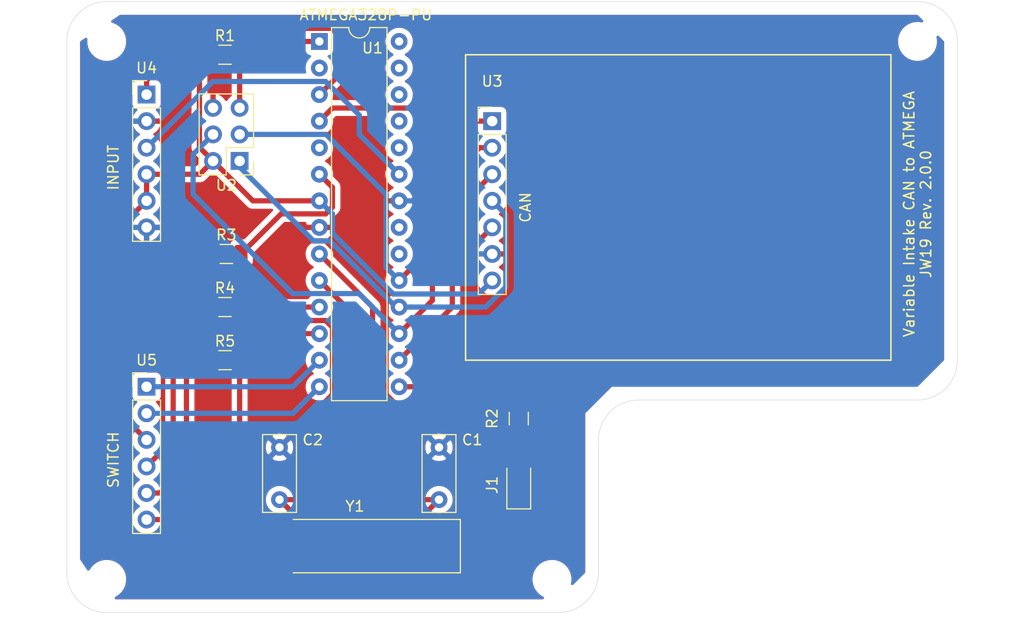
<source format=kicad_pcb>
(kicad_pcb (version 20171130) (host pcbnew 5.1.4-3.fc30)

  (general
    (thickness 1.6)
    (drawings 21)
    (tracks 126)
    (zones 0)
    (modules 18)
    (nets 29)
  )

  (page A4)
  (layers
    (0 F.Cu signal)
    (31 B.Cu signal)
    (32 B.Adhes user)
    (33 F.Adhes user)
    (34 B.Paste user)
    (35 F.Paste user)
    (36 B.SilkS user)
    (37 F.SilkS user)
    (38 B.Mask user)
    (39 F.Mask user)
    (40 Dwgs.User user)
    (41 Cmts.User user)
    (42 Eco1.User user)
    (43 Eco2.User user)
    (44 Edge.Cuts user)
    (45 Margin user)
    (46 B.CrtYd user)
    (47 F.CrtYd user)
    (48 B.Fab user)
    (49 F.Fab user)
  )

  (setup
    (last_trace_width 0.5)
    (trace_clearance 0.2)
    (zone_clearance 0.508)
    (zone_45_only no)
    (trace_min 0.2)
    (via_size 0.8)
    (via_drill 0.4)
    (via_min_size 0.4)
    (via_min_drill 0.3)
    (uvia_size 0.3)
    (uvia_drill 0.1)
    (uvias_allowed no)
    (uvia_min_size 0.2)
    (uvia_min_drill 0.1)
    (edge_width 0.05)
    (segment_width 0.2)
    (pcb_text_width 0.3)
    (pcb_text_size 1.5 1.5)
    (mod_edge_width 0.12)
    (mod_text_size 1 1)
    (mod_text_width 0.15)
    (pad_size 1.524 1.524)
    (pad_drill 0.762)
    (pad_to_mask_clearance 0.051)
    (solder_mask_min_width 0.25)
    (aux_axis_origin 0 0)
    (visible_elements FFFDF77F)
    (pcbplotparams
      (layerselection 0x010fc_ffffffff)
      (usegerberextensions false)
      (usegerberattributes false)
      (usegerberadvancedattributes false)
      (creategerberjobfile false)
      (excludeedgelayer true)
      (linewidth 0.100000)
      (plotframeref false)
      (viasonmask false)
      (mode 1)
      (useauxorigin false)
      (hpglpennumber 1)
      (hpglpenspeed 20)
      (hpglpendiameter 15.000000)
      (psnegative false)
      (psa4output false)
      (plotreference true)
      (plotvalue true)
      (plotinvisibletext false)
      (padsonsilk false)
      (subtractmaskfromsilk false)
      (outputformat 1)
      (mirror false)
      (drillshape 0)
      (scaleselection 1)
      (outputdirectory "gerber/"))
  )

  (net 0 "")
  (net 1 "Net-(C1-Pad2)")
  (net 2 GND)
  (net 3 "Net-(C2-Pad2)")
  (net 4 "Net-(J1-Pad2)")
  (net 5 +5V)
  (net 6 /RST)
  (net 7 "Net-(R2-Pad2)")
  (net 8 /SIG_RUN)
  (net 9 /SIG_CNT)
  (net 10 /SIG_EXT)
  (net 11 "Net-(U1-Pad2)")
  (net 12 /CS)
  (net 13 /TX_1)
  (net 14 /SI)
  (net 15 /INT)
  (net 16 /SO)
  (net 17 "Net-(U1-Pad5)")
  (net 18 /SCK)
  (net 19 "Net-(U1-Pad20)")
  (net 20 "Net-(U1-Pad21)")
  (net 21 /FDB_SIG)
  (net 22 "Net-(U1-Pad24)")
  (net 23 "Net-(U1-Pad25)")
  (net 24 "Net-(U1-Pad26)")
  (net 25 /AUX_1)
  (net 26 "Net-(U1-Pad27)")
  (net 27 /AUX_2)
  (net 28 "Net-(U1-Pad28)")

  (net_class Default "This is the default net class."
    (clearance 0.2)
    (trace_width 0.5)
    (via_dia 0.8)
    (via_drill 0.4)
    (uvia_dia 0.3)
    (uvia_drill 0.1)
    (add_net +5V)
    (add_net /AUX_1)
    (add_net /AUX_2)
    (add_net /CS)
    (add_net /FDB_SIG)
    (add_net /INT)
    (add_net /RST)
    (add_net /SCK)
    (add_net /SI)
    (add_net /SIG_CNT)
    (add_net /SIG_EXT)
    (add_net /SIG_RUN)
    (add_net /SO)
    (add_net /TX_1)
    (add_net GND)
    (add_net "Net-(C1-Pad2)")
    (add_net "Net-(C2-Pad2)")
    (add_net "Net-(J1-Pad2)")
    (add_net "Net-(R2-Pad2)")
    (add_net "Net-(U1-Pad2)")
    (add_net "Net-(U1-Pad20)")
    (add_net "Net-(U1-Pad21)")
    (add_net "Net-(U1-Pad24)")
    (add_net "Net-(U1-Pad25)")
    (add_net "Net-(U1-Pad26)")
    (add_net "Net-(U1-Pad27)")
    (add_net "Net-(U1-Pad28)")
    (add_net "Net-(U1-Pad5)")
  )

  (module MountingHole:MountingHole_2.7mm_M2.5 (layer F.Cu) (tedit 56D1B4CB) (tstamp 5D6E0F7C)
    (at 149.86 126.365)
    (descr "Mounting Hole 2.7mm, no annular, M2.5")
    (tags "mounting hole 2.7mm no annular m2.5")
    (attr virtual)
    (fp_text reference "" (at 0 -3.7) (layer F.SilkS)
      (effects (font (size 1 1) (thickness 0.15)))
    )
    (fp_text value MountingHole_2.7mm_M2.5 (at 0 3.7) (layer F.Fab)
      (effects (font (size 1 1) (thickness 0.15)))
    )
    (fp_text user %R (at 0.3 0) (layer F.Fab)
      (effects (font (size 1 1) (thickness 0.15)))
    )
    (fp_circle (center 0 0) (end 2.7 0) (layer Cmts.User) (width 0.15))
    (fp_circle (center 0 0) (end 2.95 0) (layer F.CrtYd) (width 0.05))
    (pad 1 np_thru_hole circle (at 0 0) (size 2.7 2.7) (drill 2.7) (layers *.Cu *.Mask))
  )

  (module MountingHole:MountingHole_2.7mm_M2.5 (layer F.Cu) (tedit 56D1B4CB) (tstamp 5D6E0F7C)
    (at 107.315 74.93)
    (descr "Mounting Hole 2.7mm, no annular, M2.5")
    (tags "mounting hole 2.7mm no annular m2.5")
    (attr virtual)
    (fp_text reference "" (at 0 -3.7) (layer F.SilkS)
      (effects (font (size 1 1) (thickness 0.15)))
    )
    (fp_text value MountingHole_2.7mm_M2.5 (at 0 3.7) (layer F.Fab)
      (effects (font (size 1 1) (thickness 0.15)))
    )
    (fp_text user %R (at 0.3 0) (layer F.Fab)
      (effects (font (size 1 1) (thickness 0.15)))
    )
    (fp_circle (center 0 0) (end 2.7 0) (layer Cmts.User) (width 0.15))
    (fp_circle (center 0 0) (end 2.95 0) (layer F.CrtYd) (width 0.05))
    (pad 1 np_thru_hole circle (at 0 0) (size 2.7 2.7) (drill 2.7) (layers *.Cu *.Mask))
  )

  (module MountingHole:MountingHole_2.7mm_M2.5 (layer F.Cu) (tedit 56D1B4CB) (tstamp 5D6E0F7C)
    (at 107.315 126.365)
    (descr "Mounting Hole 2.7mm, no annular, M2.5")
    (tags "mounting hole 2.7mm no annular m2.5")
    (attr virtual)
    (fp_text reference "" (at 0 -3.7) (layer F.SilkS)
      (effects (font (size 1 1) (thickness 0.15)))
    )
    (fp_text value MountingHole_2.7mm_M2.5 (at 0 3.7) (layer F.Fab)
      (effects (font (size 1 1) (thickness 0.15)))
    )
    (fp_text user %R (at 0.3 0) (layer F.Fab)
      (effects (font (size 1 1) (thickness 0.15)))
    )
    (fp_circle (center 0 0) (end 2.7 0) (layer Cmts.User) (width 0.15))
    (fp_circle (center 0 0) (end 2.95 0) (layer F.CrtYd) (width 0.05))
    (pad 1 np_thru_hole circle (at 0 0) (size 2.7 2.7) (drill 2.7) (layers *.Cu *.Mask))
  )

  (module MountingHole:MountingHole_2.7mm_M2.5 (layer F.Cu) (tedit 56D1B4CB) (tstamp 5D6E0D55)
    (at 184.785 74.93)
    (descr "Mounting Hole 2.7mm, no annular, M2.5")
    (tags "mounting hole 2.7mm no annular m2.5")
    (attr virtual)
    (fp_text reference "" (at 0 -3.7) (layer F.SilkS)
      (effects (font (size 1 1) (thickness 0.15)))
    )
    (fp_text value MountingHole_2.7mm_M2.5 (at 0 3.7) (layer F.Fab)
      (effects (font (size 1 1) (thickness 0.15)))
    )
    (fp_circle (center 0 0) (end 2.95 0) (layer F.CrtYd) (width 0.05))
    (fp_circle (center 0 0) (end 2.7 0) (layer Cmts.User) (width 0.15))
    (fp_text user %R (at 0.3 0) (layer F.Fab)
      (effects (font (size 1 1) (thickness 0.15)))
    )
    (pad 1 np_thru_hole circle (at 0 0) (size 2.7 2.7) (drill 2.7) (layers *.Cu *.Mask))
  )

  (module Capacitor_THT:C_Rect_L7.2mm_W3.0mm_P5.00mm_FKS2_FKP2_MKS2_MKP2 (layer F.Cu) (tedit 5AE50EF0) (tstamp 5D6DC5FD)
    (at 139.065 113.745 270)
    (descr "C, Rect series, Radial, pin pitch=5.00mm, , length*width=7.2*3.0mm^2, Capacitor, http://www.wima.com/EN/WIMA_FKS_2.pdf")
    (tags "C Rect series Radial pin pitch 5.00mm  length 7.2mm width 3.0mm Capacitor")
    (path /5D6A0CB5)
    (fp_text reference C1 (at -0.715 -3.175 180) (layer F.SilkS)
      (effects (font (size 1 1) (thickness 0.15)))
    )
    (fp_text value 20pF (at 2.5 2.75 90) (layer F.Fab)
      (effects (font (size 1 1) (thickness 0.15)))
    )
    (fp_text user %R (at 2.5 0 90) (layer F.Fab)
      (effects (font (size 1 1) (thickness 0.15)))
    )
    (fp_line (start 6.35 -1.75) (end -1.35 -1.75) (layer F.CrtYd) (width 0.05))
    (fp_line (start 6.35 1.75) (end 6.35 -1.75) (layer F.CrtYd) (width 0.05))
    (fp_line (start -1.35 1.75) (end 6.35 1.75) (layer F.CrtYd) (width 0.05))
    (fp_line (start -1.35 -1.75) (end -1.35 1.75) (layer F.CrtYd) (width 0.05))
    (fp_line (start 6.22 -1.62) (end 6.22 1.62) (layer F.SilkS) (width 0.12))
    (fp_line (start -1.22 -1.62) (end -1.22 1.62) (layer F.SilkS) (width 0.12))
    (fp_line (start -1.22 1.62) (end 6.22 1.62) (layer F.SilkS) (width 0.12))
    (fp_line (start -1.22 -1.62) (end 6.22 -1.62) (layer F.SilkS) (width 0.12))
    (fp_line (start 6.1 -1.5) (end -1.1 -1.5) (layer F.Fab) (width 0.1))
    (fp_line (start 6.1 1.5) (end 6.1 -1.5) (layer F.Fab) (width 0.1))
    (fp_line (start -1.1 1.5) (end 6.1 1.5) (layer F.Fab) (width 0.1))
    (fp_line (start -1.1 -1.5) (end -1.1 1.5) (layer F.Fab) (width 0.1))
    (pad 2 thru_hole circle (at 5 0 270) (size 1.6 1.6) (drill 0.8) (layers *.Cu *.Mask)
      (net 1 "Net-(C1-Pad2)"))
    (pad 1 thru_hole circle (at 0 0 270) (size 1.6 1.6) (drill 0.8) (layers *.Cu *.Mask)
      (net 2 GND))
    (model ${KISYS3DMOD}/Capacitor_THT.3dshapes/C_Rect_L7.2mm_W3.0mm_P5.00mm_FKS2_FKP2_MKS2_MKP2.wrl
      (at (xyz 0 0 0))
      (scale (xyz 1 1 1))
      (rotate (xyz 0 0 0))
    )
  )

  (module Capacitor_THT:C_Rect_L7.2mm_W3.0mm_P5.00mm_FKS2_FKP2_MKS2_MKP2 (layer F.Cu) (tedit 5AE50EF0) (tstamp 5D6DECA5)
    (at 123.825 113.745 270)
    (descr "C, Rect series, Radial, pin pitch=5.00mm, , length*width=7.2*3.0mm^2, Capacitor, http://www.wima.com/EN/WIMA_FKS_2.pdf")
    (tags "C Rect series Radial pin pitch 5.00mm  length 7.2mm width 3.0mm Capacitor")
    (path /5D6A1566)
    (fp_text reference C2 (at -0.715 -3.175 180) (layer F.SilkS)
      (effects (font (size 1 1) (thickness 0.15)))
    )
    (fp_text value 20pF (at 2.5 2.75 90) (layer F.Fab)
      (effects (font (size 1 1) (thickness 0.15)))
    )
    (fp_line (start -1.1 -1.5) (end -1.1 1.5) (layer F.Fab) (width 0.1))
    (fp_line (start -1.1 1.5) (end 6.1 1.5) (layer F.Fab) (width 0.1))
    (fp_line (start 6.1 1.5) (end 6.1 -1.5) (layer F.Fab) (width 0.1))
    (fp_line (start 6.1 -1.5) (end -1.1 -1.5) (layer F.Fab) (width 0.1))
    (fp_line (start -1.22 -1.62) (end 6.22 -1.62) (layer F.SilkS) (width 0.12))
    (fp_line (start -1.22 1.62) (end 6.22 1.62) (layer F.SilkS) (width 0.12))
    (fp_line (start -1.22 -1.62) (end -1.22 1.62) (layer F.SilkS) (width 0.12))
    (fp_line (start 6.22 -1.62) (end 6.22 1.62) (layer F.SilkS) (width 0.12))
    (fp_line (start -1.35 -1.75) (end -1.35 1.75) (layer F.CrtYd) (width 0.05))
    (fp_line (start -1.35 1.75) (end 6.35 1.75) (layer F.CrtYd) (width 0.05))
    (fp_line (start 6.35 1.75) (end 6.35 -1.75) (layer F.CrtYd) (width 0.05))
    (fp_line (start 6.35 -1.75) (end -1.35 -1.75) (layer F.CrtYd) (width 0.05))
    (fp_text user %R (at 2.5 0 90) (layer F.Fab)
      (effects (font (size 1 1) (thickness 0.15)))
    )
    (pad 1 thru_hole circle (at 0 0 270) (size 1.6 1.6) (drill 0.8) (layers *.Cu *.Mask)
      (net 2 GND))
    (pad 2 thru_hole circle (at 5 0 270) (size 1.6 1.6) (drill 0.8) (layers *.Cu *.Mask)
      (net 3 "Net-(C2-Pad2)"))
    (model ${KISYS3DMOD}/Capacitor_THT.3dshapes/C_Rect_L7.2mm_W3.0mm_P5.00mm_FKS2_FKP2_MKS2_MKP2.wrl
      (at (xyz 0 0 0))
      (scale (xyz 1 1 1))
      (rotate (xyz 0 0 0))
    )
  )

  (module LED_SMD:LED_1206_3216Metric (layer F.Cu) (tedit 5B301BBE) (tstamp 5D6DE141)
    (at 146.685 117.345 90)
    (descr "LED SMD 1206 (3216 Metric), square (rectangular) end terminal, IPC_7351 nominal, (Body size source: http://www.tortai-tech.com/upload/download/2011102023233369053.pdf), generated with kicad-footprint-generator")
    (tags diode)
    (path /5D69EDA0)
    (attr smd)
    (fp_text reference J1 (at 0 -2.54 90) (layer F.SilkS)
      (effects (font (size 1 1) (thickness 0.15)))
    )
    (fp_text value "Green LED" (at -6.48 0 90) (layer F.Fab)
      (effects (font (size 1 1) (thickness 0.15)))
    )
    (fp_text user %R (at 0 0 90) (layer F.Fab)
      (effects (font (size 0.8 0.8) (thickness 0.12)))
    )
    (fp_line (start 2.28 1.12) (end -2.28 1.12) (layer F.CrtYd) (width 0.05))
    (fp_line (start 2.28 -1.12) (end 2.28 1.12) (layer F.CrtYd) (width 0.05))
    (fp_line (start -2.28 -1.12) (end 2.28 -1.12) (layer F.CrtYd) (width 0.05))
    (fp_line (start -2.28 1.12) (end -2.28 -1.12) (layer F.CrtYd) (width 0.05))
    (fp_line (start -2.285 1.135) (end 1.6 1.135) (layer F.SilkS) (width 0.12))
    (fp_line (start -2.285 -1.135) (end -2.285 1.135) (layer F.SilkS) (width 0.12))
    (fp_line (start 1.6 -1.135) (end -2.285 -1.135) (layer F.SilkS) (width 0.12))
    (fp_line (start 1.6 0.8) (end 1.6 -0.8) (layer F.Fab) (width 0.1))
    (fp_line (start -1.6 0.8) (end 1.6 0.8) (layer F.Fab) (width 0.1))
    (fp_line (start -1.6 -0.4) (end -1.6 0.8) (layer F.Fab) (width 0.1))
    (fp_line (start -1.2 -0.8) (end -1.6 -0.4) (layer F.Fab) (width 0.1))
    (fp_line (start 1.6 -0.8) (end -1.2 -0.8) (layer F.Fab) (width 0.1))
    (pad 2 smd roundrect (at 1.4 0 90) (size 1.25 1.75) (layers F.Cu F.Paste F.Mask) (roundrect_rratio 0.2)
      (net 4 "Net-(J1-Pad2)"))
    (pad 1 smd roundrect (at -1.4 0 90) (size 1.25 1.75) (layers F.Cu F.Paste F.Mask) (roundrect_rratio 0.2)
      (net 2 GND))
    (model ${KISYS3DMOD}/LED_SMD.3dshapes/LED_1206_3216Metric.wrl
      (at (xyz 0 0 0))
      (scale (xyz 1 1 1))
      (rotate (xyz 0 0 0))
    )
  )

  (module Resistor_SMD:R_1206_3216Metric (layer F.Cu) (tedit 5B301BBD) (tstamp 5D6DCD29)
    (at 118.615 76.2)
    (descr "Resistor SMD 1206 (3216 Metric), square (rectangular) end terminal, IPC_7351 nominal, (Body size source: http://www.tortai-tech.com/upload/download/2011102023233369053.pdf), generated with kicad-footprint-generator")
    (tags resistor)
    (path /5D72227E)
    (attr smd)
    (fp_text reference R1 (at 0 -1.82) (layer F.SilkS)
      (effects (font (size 1 1) (thickness 0.15)))
    )
    (fp_text value 5k (at 0 1.82) (layer F.Fab)
      (effects (font (size 1 1) (thickness 0.15)))
    )
    (fp_line (start -1.6 0.8) (end -1.6 -0.8) (layer F.Fab) (width 0.1))
    (fp_line (start -1.6 -0.8) (end 1.6 -0.8) (layer F.Fab) (width 0.1))
    (fp_line (start 1.6 -0.8) (end 1.6 0.8) (layer F.Fab) (width 0.1))
    (fp_line (start 1.6 0.8) (end -1.6 0.8) (layer F.Fab) (width 0.1))
    (fp_line (start -0.602064 -0.91) (end 0.602064 -0.91) (layer F.SilkS) (width 0.12))
    (fp_line (start -0.602064 0.91) (end 0.602064 0.91) (layer F.SilkS) (width 0.12))
    (fp_line (start -2.28 1.12) (end -2.28 -1.12) (layer F.CrtYd) (width 0.05))
    (fp_line (start -2.28 -1.12) (end 2.28 -1.12) (layer F.CrtYd) (width 0.05))
    (fp_line (start 2.28 -1.12) (end 2.28 1.12) (layer F.CrtYd) (width 0.05))
    (fp_line (start 2.28 1.12) (end -2.28 1.12) (layer F.CrtYd) (width 0.05))
    (fp_text user %R (at 0 0) (layer F.Fab)
      (effects (font (size 0.8 0.8) (thickness 0.12)))
    )
    (pad 1 smd roundrect (at -1.4 0) (size 1.25 1.75) (layers F.Cu F.Paste F.Mask) (roundrect_rratio 0.2)
      (net 5 +5V))
    (pad 2 smd roundrect (at 1.4 0) (size 1.25 1.75) (layers F.Cu F.Paste F.Mask) (roundrect_rratio 0.2)
      (net 6 /RST))
    (model ${KISYS3DMOD}/Resistor_SMD.3dshapes/R_1206_3216Metric.wrl
      (at (xyz 0 0 0))
      (scale (xyz 1 1 1))
      (rotate (xyz 0 0 0))
    )
  )

  (module Resistor_SMD:R_1206_3216Metric (layer F.Cu) (tedit 5B301BBD) (tstamp 5D6DCDAB)
    (at 146.685 110.995 90)
    (descr "Resistor SMD 1206 (3216 Metric), square (rectangular) end terminal, IPC_7351 nominal, (Body size source: http://www.tortai-tech.com/upload/download/2011102023233369053.pdf), generated with kicad-footprint-generator")
    (tags resistor)
    (path /5D710673)
    (attr smd)
    (fp_text reference R2 (at 0 -2.54 90) (layer F.SilkS)
      (effects (font (size 1 1) (thickness 0.15)))
    )
    (fp_text value "85 Ohm" (at 0 1.82 90) (layer F.Fab)
      (effects (font (size 1 1) (thickness 0.15)))
    )
    (fp_text user %R (at 0 0 90) (layer F.Fab)
      (effects (font (size 0.8 0.8) (thickness 0.12)))
    )
    (fp_line (start 2.28 1.12) (end -2.28 1.12) (layer F.CrtYd) (width 0.05))
    (fp_line (start 2.28 -1.12) (end 2.28 1.12) (layer F.CrtYd) (width 0.05))
    (fp_line (start -2.28 -1.12) (end 2.28 -1.12) (layer F.CrtYd) (width 0.05))
    (fp_line (start -2.28 1.12) (end -2.28 -1.12) (layer F.CrtYd) (width 0.05))
    (fp_line (start -0.602064 0.91) (end 0.602064 0.91) (layer F.SilkS) (width 0.12))
    (fp_line (start -0.602064 -0.91) (end 0.602064 -0.91) (layer F.SilkS) (width 0.12))
    (fp_line (start 1.6 0.8) (end -1.6 0.8) (layer F.Fab) (width 0.1))
    (fp_line (start 1.6 -0.8) (end 1.6 0.8) (layer F.Fab) (width 0.1))
    (fp_line (start -1.6 -0.8) (end 1.6 -0.8) (layer F.Fab) (width 0.1))
    (fp_line (start -1.6 0.8) (end -1.6 -0.8) (layer F.Fab) (width 0.1))
    (pad 2 smd roundrect (at 1.4 0 90) (size 1.25 1.75) (layers F.Cu F.Paste F.Mask) (roundrect_rratio 0.2)
      (net 7 "Net-(R2-Pad2)"))
    (pad 1 smd roundrect (at -1.4 0 90) (size 1.25 1.75) (layers F.Cu F.Paste F.Mask) (roundrect_rratio 0.2)
      (net 4 "Net-(J1-Pad2)"))
    (model ${KISYS3DMOD}/Resistor_SMD.3dshapes/R_1206_3216Metric.wrl
      (at (xyz 0 0 0))
      (scale (xyz 1 1 1))
      (rotate (xyz 0 0 0))
    )
  )

  (module Resistor_SMD:R_1206_3216Metric (layer F.Cu) (tedit 5B301BBD) (tstamp 5D6DC656)
    (at 118.745 95.25)
    (descr "Resistor SMD 1206 (3216 Metric), square (rectangular) end terminal, IPC_7351 nominal, (Body size source: http://www.tortai-tech.com/upload/download/2011102023233369053.pdf), generated with kicad-footprint-generator")
    (tags resistor)
    (path /5D702E96)
    (attr smd)
    (fp_text reference R3 (at 0 -1.82) (layer F.SilkS)
      (effects (font (size 1 1) (thickness 0.15)))
    )
    (fp_text value 5k (at 0 1.82) (layer F.Fab)
      (effects (font (size 1 1) (thickness 0.15)))
    )
    (fp_line (start -1.6 0.8) (end -1.6 -0.8) (layer F.Fab) (width 0.1))
    (fp_line (start -1.6 -0.8) (end 1.6 -0.8) (layer F.Fab) (width 0.1))
    (fp_line (start 1.6 -0.8) (end 1.6 0.8) (layer F.Fab) (width 0.1))
    (fp_line (start 1.6 0.8) (end -1.6 0.8) (layer F.Fab) (width 0.1))
    (fp_line (start -0.602064 -0.91) (end 0.602064 -0.91) (layer F.SilkS) (width 0.12))
    (fp_line (start -0.602064 0.91) (end 0.602064 0.91) (layer F.SilkS) (width 0.12))
    (fp_line (start -2.28 1.12) (end -2.28 -1.12) (layer F.CrtYd) (width 0.05))
    (fp_line (start -2.28 -1.12) (end 2.28 -1.12) (layer F.CrtYd) (width 0.05))
    (fp_line (start 2.28 -1.12) (end 2.28 1.12) (layer F.CrtYd) (width 0.05))
    (fp_line (start 2.28 1.12) (end -2.28 1.12) (layer F.CrtYd) (width 0.05))
    (fp_text user %R (at 0 0) (layer F.Fab)
      (effects (font (size 0.8 0.8) (thickness 0.12)))
    )
    (pad 1 smd roundrect (at -1.4 0) (size 1.25 1.75) (layers F.Cu F.Paste F.Mask) (roundrect_rratio 0.2)
      (net 2 GND))
    (pad 2 smd roundrect (at 1.4 0) (size 1.25 1.75) (layers F.Cu F.Paste F.Mask) (roundrect_rratio 0.2)
      (net 8 /SIG_RUN))
    (model ${KISYS3DMOD}/Resistor_SMD.3dshapes/R_1206_3216Metric.wrl
      (at (xyz 0 0 0))
      (scale (xyz 1 1 1))
      (rotate (xyz 0 0 0))
    )
  )

  (module Resistor_SMD:R_1206_3216Metric (layer F.Cu) (tedit 5B301BBD) (tstamp 5D6DC667)
    (at 118.615 100.33)
    (descr "Resistor SMD 1206 (3216 Metric), square (rectangular) end terminal, IPC_7351 nominal, (Body size source: http://www.tortai-tech.com/upload/download/2011102023233369053.pdf), generated with kicad-footprint-generator")
    (tags resistor)
    (path /5D7065FE)
    (attr smd)
    (fp_text reference R4 (at 0 -1.82) (layer F.SilkS)
      (effects (font (size 1 1) (thickness 0.15)))
    )
    (fp_text value 5k (at 0 1.82) (layer F.Fab)
      (effects (font (size 1 1) (thickness 0.15)))
    )
    (fp_text user %R (at 0 0) (layer F.Fab)
      (effects (font (size 0.8 0.8) (thickness 0.12)))
    )
    (fp_line (start 2.28 1.12) (end -2.28 1.12) (layer F.CrtYd) (width 0.05))
    (fp_line (start 2.28 -1.12) (end 2.28 1.12) (layer F.CrtYd) (width 0.05))
    (fp_line (start -2.28 -1.12) (end 2.28 -1.12) (layer F.CrtYd) (width 0.05))
    (fp_line (start -2.28 1.12) (end -2.28 -1.12) (layer F.CrtYd) (width 0.05))
    (fp_line (start -0.602064 0.91) (end 0.602064 0.91) (layer F.SilkS) (width 0.12))
    (fp_line (start -0.602064 -0.91) (end 0.602064 -0.91) (layer F.SilkS) (width 0.12))
    (fp_line (start 1.6 0.8) (end -1.6 0.8) (layer F.Fab) (width 0.1))
    (fp_line (start 1.6 -0.8) (end 1.6 0.8) (layer F.Fab) (width 0.1))
    (fp_line (start -1.6 -0.8) (end 1.6 -0.8) (layer F.Fab) (width 0.1))
    (fp_line (start -1.6 0.8) (end -1.6 -0.8) (layer F.Fab) (width 0.1))
    (pad 2 smd roundrect (at 1.4 0) (size 1.25 1.75) (layers F.Cu F.Paste F.Mask) (roundrect_rratio 0.2)
      (net 9 /SIG_CNT))
    (pad 1 smd roundrect (at -1.4 0) (size 1.25 1.75) (layers F.Cu F.Paste F.Mask) (roundrect_rratio 0.2)
      (net 2 GND))
    (model ${KISYS3DMOD}/Resistor_SMD.3dshapes/R_1206_3216Metric.wrl
      (at (xyz 0 0 0))
      (scale (xyz 1 1 1))
      (rotate (xyz 0 0 0))
    )
  )

  (module Resistor_SMD:R_1206_3216Metric (layer F.Cu) (tedit 5B301BBD) (tstamp 5D6DCFD5)
    (at 118.615 105.41)
    (descr "Resistor SMD 1206 (3216 Metric), square (rectangular) end terminal, IPC_7351 nominal, (Body size source: http://www.tortai-tech.com/upload/download/2011102023233369053.pdf), generated with kicad-footprint-generator")
    (tags resistor)
    (path /5D706A4D)
    (attr smd)
    (fp_text reference R5 (at 0 -1.82) (layer F.SilkS)
      (effects (font (size 1 1) (thickness 0.15)))
    )
    (fp_text value 5k (at 0 1.82) (layer F.Fab)
      (effects (font (size 1 1) (thickness 0.15)))
    )
    (fp_text user %R (at 0 0) (layer F.Fab)
      (effects (font (size 0.8 0.8) (thickness 0.12)))
    )
    (fp_line (start 2.28 1.12) (end -2.28 1.12) (layer F.CrtYd) (width 0.05))
    (fp_line (start 2.28 -1.12) (end 2.28 1.12) (layer F.CrtYd) (width 0.05))
    (fp_line (start -2.28 -1.12) (end 2.28 -1.12) (layer F.CrtYd) (width 0.05))
    (fp_line (start -2.28 1.12) (end -2.28 -1.12) (layer F.CrtYd) (width 0.05))
    (fp_line (start -0.602064 0.91) (end 0.602064 0.91) (layer F.SilkS) (width 0.12))
    (fp_line (start -0.602064 -0.91) (end 0.602064 -0.91) (layer F.SilkS) (width 0.12))
    (fp_line (start 1.6 0.8) (end -1.6 0.8) (layer F.Fab) (width 0.1))
    (fp_line (start 1.6 -0.8) (end 1.6 0.8) (layer F.Fab) (width 0.1))
    (fp_line (start -1.6 -0.8) (end 1.6 -0.8) (layer F.Fab) (width 0.1))
    (fp_line (start -1.6 0.8) (end -1.6 -0.8) (layer F.Fab) (width 0.1))
    (pad 2 smd roundrect (at 1.4 0) (size 1.25 1.75) (layers F.Cu F.Paste F.Mask) (roundrect_rratio 0.2)
      (net 10 /SIG_EXT))
    (pad 1 smd roundrect (at -1.4 0) (size 1.25 1.75) (layers F.Cu F.Paste F.Mask) (roundrect_rratio 0.2)
      (net 2 GND))
    (model ${KISYS3DMOD}/Resistor_SMD.3dshapes/R_1206_3216Metric.wrl
      (at (xyz 0 0 0))
      (scale (xyz 1 1 1))
      (rotate (xyz 0 0 0))
    )
  )

  (module Package_DIP:DIP-28_W7.62mm (layer F.Cu) (tedit 5A02E8C5) (tstamp 5D6DC6A8)
    (at 127.635 74.93)
    (descr "28-lead though-hole mounted DIP package, row spacing 7.62 mm (300 mils)")
    (tags "THT DIP DIL PDIP 2.54mm 7.62mm 300mil")
    (path /5D6630FA)
    (fp_text reference U1 (at 5.08 0.635) (layer F.SilkS)
      (effects (font (size 1 1) (thickness 0.15)))
    )
    (fp_text value ATmega328P-PU (at 3.81 35.35) (layer F.Fab)
      (effects (font (size 1 1) (thickness 0.15)))
    )
    (fp_arc (start 3.81 -1.33) (end 2.81 -1.33) (angle -180) (layer F.SilkS) (width 0.12))
    (fp_line (start 1.635 -1.27) (end 6.985 -1.27) (layer F.Fab) (width 0.1))
    (fp_line (start 6.985 -1.27) (end 6.985 34.29) (layer F.Fab) (width 0.1))
    (fp_line (start 6.985 34.29) (end 0.635 34.29) (layer F.Fab) (width 0.1))
    (fp_line (start 0.635 34.29) (end 0.635 -0.27) (layer F.Fab) (width 0.1))
    (fp_line (start 0.635 -0.27) (end 1.635 -1.27) (layer F.Fab) (width 0.1))
    (fp_line (start 2.81 -1.33) (end 1.16 -1.33) (layer F.SilkS) (width 0.12))
    (fp_line (start 1.16 -1.33) (end 1.16 34.35) (layer F.SilkS) (width 0.12))
    (fp_line (start 1.16 34.35) (end 6.46 34.35) (layer F.SilkS) (width 0.12))
    (fp_line (start 6.46 34.35) (end 6.46 -1.33) (layer F.SilkS) (width 0.12))
    (fp_line (start 6.46 -1.33) (end 4.81 -1.33) (layer F.SilkS) (width 0.12))
    (fp_line (start -1.1 -1.55) (end -1.1 34.55) (layer F.CrtYd) (width 0.05))
    (fp_line (start -1.1 34.55) (end 8.7 34.55) (layer F.CrtYd) (width 0.05))
    (fp_line (start 8.7 34.55) (end 8.7 -1.55) (layer F.CrtYd) (width 0.05))
    (fp_line (start 8.7 -1.55) (end -1.1 -1.55) (layer F.CrtYd) (width 0.05))
    (fp_text user %R (at 3.81 16.51) (layer F.Fab)
      (effects (font (size 1 1) (thickness 0.15)))
    )
    (pad 1 thru_hole rect (at 0 0) (size 1.6 1.6) (drill 0.8) (layers *.Cu *.Mask)
      (net 6 /RST))
    (pad 15 thru_hole oval (at 7.62 33.02) (size 1.6 1.6) (drill 0.8) (layers *.Cu *.Mask)
      (net 7 "Net-(R2-Pad2)"))
    (pad 2 thru_hole oval (at 0 2.54) (size 1.6 1.6) (drill 0.8) (layers *.Cu *.Mask)
      (net 11 "Net-(U1-Pad2)"))
    (pad 16 thru_hole oval (at 7.62 30.48) (size 1.6 1.6) (drill 0.8) (layers *.Cu *.Mask)
      (net 12 /CS))
    (pad 3 thru_hole oval (at 0 5.08) (size 1.6 1.6) (drill 0.8) (layers *.Cu *.Mask)
      (net 13 /TX_1))
    (pad 17 thru_hole oval (at 7.62 27.94) (size 1.6 1.6) (drill 0.8) (layers *.Cu *.Mask)
      (net 14 /SI))
    (pad 4 thru_hole oval (at 0 7.62) (size 1.6 1.6) (drill 0.8) (layers *.Cu *.Mask)
      (net 15 /INT))
    (pad 18 thru_hole oval (at 7.62 25.4) (size 1.6 1.6) (drill 0.8) (layers *.Cu *.Mask)
      (net 16 /SO))
    (pad 5 thru_hole oval (at 0 10.16) (size 1.6 1.6) (drill 0.8) (layers *.Cu *.Mask)
      (net 17 "Net-(U1-Pad5)"))
    (pad 19 thru_hole oval (at 7.62 22.86) (size 1.6 1.6) (drill 0.8) (layers *.Cu *.Mask)
      (net 18 /SCK))
    (pad 6 thru_hole oval (at 0 12.7) (size 1.6 1.6) (drill 0.8) (layers *.Cu *.Mask)
      (net 8 /SIG_RUN))
    (pad 20 thru_hole oval (at 7.62 20.32) (size 1.6 1.6) (drill 0.8) (layers *.Cu *.Mask)
      (net 19 "Net-(U1-Pad20)"))
    (pad 7 thru_hole oval (at 0 15.24) (size 1.6 1.6) (drill 0.8) (layers *.Cu *.Mask)
      (net 5 +5V))
    (pad 21 thru_hole oval (at 7.62 17.78) (size 1.6 1.6) (drill 0.8) (layers *.Cu *.Mask)
      (net 20 "Net-(U1-Pad21)"))
    (pad 8 thru_hole oval (at 0 17.78) (size 1.6 1.6) (drill 0.8) (layers *.Cu *.Mask)
      (net 2 GND))
    (pad 22 thru_hole oval (at 7.62 15.24) (size 1.6 1.6) (drill 0.8) (layers *.Cu *.Mask)
      (net 2 GND))
    (pad 9 thru_hole oval (at 0 20.32) (size 1.6 1.6) (drill 0.8) (layers *.Cu *.Mask)
      (net 1 "Net-(C1-Pad2)"))
    (pad 23 thru_hole oval (at 7.62 12.7) (size 1.6 1.6) (drill 0.8) (layers *.Cu *.Mask)
      (net 21 /FDB_SIG))
    (pad 10 thru_hole oval (at 0 22.86) (size 1.6 1.6) (drill 0.8) (layers *.Cu *.Mask)
      (net 3 "Net-(C2-Pad2)"))
    (pad 24 thru_hole oval (at 7.62 10.16) (size 1.6 1.6) (drill 0.8) (layers *.Cu *.Mask)
      (net 22 "Net-(U1-Pad24)"))
    (pad 11 thru_hole oval (at 0 25.4) (size 1.6 1.6) (drill 0.8) (layers *.Cu *.Mask)
      (net 9 /SIG_CNT))
    (pad 25 thru_hole oval (at 7.62 7.62) (size 1.6 1.6) (drill 0.8) (layers *.Cu *.Mask)
      (net 23 "Net-(U1-Pad25)"))
    (pad 12 thru_hole oval (at 0 27.94) (size 1.6 1.6) (drill 0.8) (layers *.Cu *.Mask)
      (net 10 /SIG_EXT))
    (pad 26 thru_hole oval (at 7.62 5.08) (size 1.6 1.6) (drill 0.8) (layers *.Cu *.Mask)
      (net 24 "Net-(U1-Pad26)"))
    (pad 13 thru_hole oval (at 0 30.48) (size 1.6 1.6) (drill 0.8) (layers *.Cu *.Mask)
      (net 25 /AUX_1))
    (pad 27 thru_hole oval (at 7.62 2.54) (size 1.6 1.6) (drill 0.8) (layers *.Cu *.Mask)
      (net 26 "Net-(U1-Pad27)"))
    (pad 14 thru_hole oval (at 0 33.02) (size 1.6 1.6) (drill 0.8) (layers *.Cu *.Mask)
      (net 27 /AUX_2))
    (pad 28 thru_hole oval (at 7.62 0) (size 1.6 1.6) (drill 0.8) (layers *.Cu *.Mask)
      (net 28 "Net-(U1-Pad28)"))
    (model ${KISYS3DMOD}/Package_DIP.3dshapes/DIP-28_W7.62mm.wrl
      (at (xyz 0 0 0))
      (scale (xyz 1 1 1))
      (rotate (xyz 0 0 0))
    )
  )

  (module Connector_PinHeader_2.54mm:PinHeader_2x03_P2.54mm_Vertical (layer F.Cu) (tedit 59FED5CC) (tstamp 5D6DC6C4)
    (at 120.015 86.36 180)
    (descr "Through hole straight pin header, 2x03, 2.54mm pitch, double rows")
    (tags "Through hole pin header THT 2x03 2.54mm double row")
    (path /5D69D662)
    (fp_text reference U2 (at 1.27 -2.33) (layer F.SilkS)
      (effects (font (size 1 1) (thickness 0.15)))
    )
    (fp_text value ICSP (at 1.27 7.41) (layer F.Fab)
      (effects (font (size 1 1) (thickness 0.15)))
    )
    (fp_line (start 0 -1.27) (end 3.81 -1.27) (layer F.Fab) (width 0.1))
    (fp_line (start 3.81 -1.27) (end 3.81 6.35) (layer F.Fab) (width 0.1))
    (fp_line (start 3.81 6.35) (end -1.27 6.35) (layer F.Fab) (width 0.1))
    (fp_line (start -1.27 6.35) (end -1.27 0) (layer F.Fab) (width 0.1))
    (fp_line (start -1.27 0) (end 0 -1.27) (layer F.Fab) (width 0.1))
    (fp_line (start -1.33 6.41) (end 3.87 6.41) (layer F.SilkS) (width 0.12))
    (fp_line (start -1.33 1.27) (end -1.33 6.41) (layer F.SilkS) (width 0.12))
    (fp_line (start 3.87 -1.33) (end 3.87 6.41) (layer F.SilkS) (width 0.12))
    (fp_line (start -1.33 1.27) (end 1.27 1.27) (layer F.SilkS) (width 0.12))
    (fp_line (start 1.27 1.27) (end 1.27 -1.33) (layer F.SilkS) (width 0.12))
    (fp_line (start 1.27 -1.33) (end 3.87 -1.33) (layer F.SilkS) (width 0.12))
    (fp_line (start -1.33 0) (end -1.33 -1.33) (layer F.SilkS) (width 0.12))
    (fp_line (start -1.33 -1.33) (end 0 -1.33) (layer F.SilkS) (width 0.12))
    (fp_line (start -1.8 -1.8) (end -1.8 6.85) (layer F.CrtYd) (width 0.05))
    (fp_line (start -1.8 6.85) (end 4.35 6.85) (layer F.CrtYd) (width 0.05))
    (fp_line (start 4.35 6.85) (end 4.35 -1.8) (layer F.CrtYd) (width 0.05))
    (fp_line (start 4.35 -1.8) (end -1.8 -1.8) (layer F.CrtYd) (width 0.05))
    (fp_text user %R (at 1.27 2.54 90) (layer F.Fab)
      (effects (font (size 1 1) (thickness 0.15)))
    )
    (pad 1 thru_hole rect (at 0 0 180) (size 1.7 1.7) (drill 1) (layers *.Cu *.Mask)
      (net 16 /SO))
    (pad 2 thru_hole oval (at 2.54 0 180) (size 1.7 1.7) (drill 1) (layers *.Cu *.Mask)
      (net 5 +5V))
    (pad 3 thru_hole oval (at 0 2.54 180) (size 1.7 1.7) (drill 1) (layers *.Cu *.Mask)
      (net 18 /SCK))
    (pad 4 thru_hole oval (at 2.54 2.54 180) (size 1.7 1.7) (drill 1) (layers *.Cu *.Mask)
      (net 14 /SI))
    (pad 5 thru_hole oval (at 0 5.08 180) (size 1.7 1.7) (drill 1) (layers *.Cu *.Mask)
      (net 6 /RST))
    (pad 6 thru_hole oval (at 2.54 5.08 180) (size 1.7 1.7) (drill 1) (layers *.Cu *.Mask)
      (net 2 GND))
    (model ${KISYS3DMOD}/Connector_PinHeader_2.54mm.3dshapes/PinHeader_2x03_P2.54mm_Vertical.wrl
      (at (xyz 0 0 0))
      (scale (xyz 1 1 1))
      (rotate (xyz 0 0 0))
    )
  )

  (module Connector_PinHeader_2.54mm:PinHeader_1x07_P2.54mm_Vertical (layer F.Cu) (tedit 59FED5CC) (tstamp 5D6DC6DF)
    (at 144.145 82.55)
    (descr "Through hole straight pin header, 1x07, 2.54mm pitch, single row")
    (tags "Through hole pin header THT 1x07 2.54mm single row")
    (path /5D696612)
    (fp_text reference U3 (at 0 -3.81) (layer F.SilkS)
      (effects (font (size 1 1) (thickness 0.15)))
    )
    (fp_text value MCP2515_CAN (at 0 19.05) (layer F.Fab)
      (effects (font (size 1 1) (thickness 0.15)))
    )
    (fp_line (start -0.635 -1.27) (end 1.27 -1.27) (layer F.Fab) (width 0.1))
    (fp_line (start 1.27 -1.27) (end 1.27 16.51) (layer F.Fab) (width 0.1))
    (fp_line (start 1.27 16.51) (end -1.27 16.51) (layer F.Fab) (width 0.1))
    (fp_line (start -1.27 16.51) (end -1.27 -0.635) (layer F.Fab) (width 0.1))
    (fp_line (start -1.27 -0.635) (end -0.635 -1.27) (layer F.Fab) (width 0.1))
    (fp_line (start -1.33 16.57) (end 1.33 16.57) (layer F.SilkS) (width 0.12))
    (fp_line (start -1.33 1.27) (end -1.33 16.57) (layer F.SilkS) (width 0.12))
    (fp_line (start 1.33 1.27) (end 1.33 16.57) (layer F.SilkS) (width 0.12))
    (fp_line (start -1.33 1.27) (end 1.33 1.27) (layer F.SilkS) (width 0.12))
    (fp_line (start -1.33 0) (end -1.33 -1.33) (layer F.SilkS) (width 0.12))
    (fp_line (start -1.33 -1.33) (end 0 -1.33) (layer F.SilkS) (width 0.12))
    (fp_line (start -1.8 -1.8) (end -1.8 17.05) (layer F.CrtYd) (width 0.05))
    (fp_line (start -1.8 17.05) (end 1.8 17.05) (layer F.CrtYd) (width 0.05))
    (fp_line (start 1.8 17.05) (end 1.8 -1.8) (layer F.CrtYd) (width 0.05))
    (fp_line (start 1.8 -1.8) (end -1.8 -1.8) (layer F.CrtYd) (width 0.05))
    (fp_text user %R (at 0 7.62 90) (layer F.Fab)
      (effects (font (size 1 1) (thickness 0.15)))
    )
    (pad 1 thru_hole rect (at 0 0) (size 1.7 1.7) (drill 1) (layers *.Cu *.Mask)
      (net 15 /INT))
    (pad 2 thru_hole oval (at 0 2.54) (size 1.7 1.7) (drill 1) (layers *.Cu *.Mask)
      (net 18 /SCK))
    (pad 3 thru_hole oval (at 0 5.08) (size 1.7 1.7) (drill 1) (layers *.Cu *.Mask)
      (net 14 /SI))
    (pad 4 thru_hole oval (at 0 7.62) (size 1.7 1.7) (drill 1) (layers *.Cu *.Mask)
      (net 16 /SO))
    (pad 5 thru_hole oval (at 0 10.16) (size 1.7 1.7) (drill 1) (layers *.Cu *.Mask)
      (net 12 /CS))
    (pad 6 thru_hole oval (at 0 12.7) (size 1.7 1.7) (drill 1) (layers *.Cu *.Mask)
      (net 2 GND))
    (pad 7 thru_hole oval (at 0 15.24) (size 1.7 1.7) (drill 1) (layers *.Cu *.Mask)
      (net 5 +5V))
    (model ${KISYS3DMOD}/Connector_PinHeader_2.54mm.3dshapes/PinHeader_1x07_P2.54mm_Vertical.wrl
      (at (xyz 0 0 0))
      (scale (xyz 1 1 1))
      (rotate (xyz 0 0 0))
    )
  )

  (module Connector_PinHeader_2.54mm:PinHeader_1x06_P2.54mm_Vertical (layer F.Cu) (tedit 59FED5CC) (tstamp 5D6DCF1E)
    (at 111.125 80.01)
    (descr "Through hole straight pin header, 1x06, 2.54mm pitch, single row")
    (tags "Through hole pin header THT 1x06 2.54mm single row")
    (path /5D698443)
    (fp_text reference U4 (at 0 -2.54) (layer F.SilkS)
      (effects (font (size 1 1) (thickness 0.15)))
    )
    (fp_text value INPUT (at 0 15.03) (layer F.Fab)
      (effects (font (size 1 1) (thickness 0.15)))
    )
    (fp_line (start -0.635 -1.27) (end 1.27 -1.27) (layer F.Fab) (width 0.1))
    (fp_line (start 1.27 -1.27) (end 1.27 13.97) (layer F.Fab) (width 0.1))
    (fp_line (start 1.27 13.97) (end -1.27 13.97) (layer F.Fab) (width 0.1))
    (fp_line (start -1.27 13.97) (end -1.27 -0.635) (layer F.Fab) (width 0.1))
    (fp_line (start -1.27 -0.635) (end -0.635 -1.27) (layer F.Fab) (width 0.1))
    (fp_line (start -1.33 14.03) (end 1.33 14.03) (layer F.SilkS) (width 0.12))
    (fp_line (start -1.33 1.27) (end -1.33 14.03) (layer F.SilkS) (width 0.12))
    (fp_line (start 1.33 1.27) (end 1.33 14.03) (layer F.SilkS) (width 0.12))
    (fp_line (start -1.33 1.27) (end 1.33 1.27) (layer F.SilkS) (width 0.12))
    (fp_line (start -1.33 0) (end -1.33 -1.33) (layer F.SilkS) (width 0.12))
    (fp_line (start -1.33 -1.33) (end 0 -1.33) (layer F.SilkS) (width 0.12))
    (fp_line (start -1.8 -1.8) (end -1.8 14.5) (layer F.CrtYd) (width 0.05))
    (fp_line (start -1.8 14.5) (end 1.8 14.5) (layer F.CrtYd) (width 0.05))
    (fp_line (start 1.8 14.5) (end 1.8 -1.8) (layer F.CrtYd) (width 0.05))
    (fp_line (start 1.8 -1.8) (end -1.8 -1.8) (layer F.CrtYd) (width 0.05))
    (fp_text user %R (at 0 6.35 90) (layer F.Fab)
      (effects (font (size 1 1) (thickness 0.15)))
    )
    (pad 1 thru_hole rect (at 0 0) (size 1.7 1.7) (drill 1) (layers *.Cu *.Mask)
      (net 13 /TX_1))
    (pad 2 thru_hole oval (at 0 2.54) (size 1.7 1.7) (drill 1) (layers *.Cu *.Mask)
      (net 2 GND))
    (pad 3 thru_hole oval (at 0 5.08) (size 1.7 1.7) (drill 1) (layers *.Cu *.Mask)
      (net 21 /FDB_SIG))
    (pad 4 thru_hole oval (at 0 7.62) (size 1.7 1.7) (drill 1) (layers *.Cu *.Mask)
      (net 5 +5V))
    (pad 5 thru_hole oval (at 0 10.16) (size 1.7 1.7) (drill 1) (layers *.Cu *.Mask)
      (net 5 +5V))
    (pad 6 thru_hole oval (at 0 12.7) (size 1.7 1.7) (drill 1) (layers *.Cu *.Mask)
      (net 2 GND))
    (model ${KISYS3DMOD}/Connector_PinHeader_2.54mm.3dshapes/PinHeader_1x06_P2.54mm_Vertical.wrl
      (at (xyz 0 0 0))
      (scale (xyz 1 1 1))
      (rotate (xyz 0 0 0))
    )
  )

  (module Connector_PinHeader_2.54mm:PinHeader_1x06_P2.54mm_Vertical (layer F.Cu) (tedit 59FED5CC) (tstamp 5D6DC713)
    (at 111.125 107.95)
    (descr "Through hole straight pin header, 1x06, 2.54mm pitch, single row")
    (tags "Through hole pin header THT 1x06 2.54mm single row")
    (path /5D6990CA)
    (fp_text reference U5 (at 0 -2.54) (layer F.SilkS)
      (effects (font (size 1 1) (thickness 0.15)))
    )
    (fp_text value SWITCH (at 0 15.03) (layer F.Fab)
      (effects (font (size 1 1) (thickness 0.15)))
    )
    (fp_text user %R (at 0 6.35 90) (layer F.Fab)
      (effects (font (size 1 1) (thickness 0.15)))
    )
    (fp_line (start 1.8 -1.8) (end -1.8 -1.8) (layer F.CrtYd) (width 0.05))
    (fp_line (start 1.8 14.5) (end 1.8 -1.8) (layer F.CrtYd) (width 0.05))
    (fp_line (start -1.8 14.5) (end 1.8 14.5) (layer F.CrtYd) (width 0.05))
    (fp_line (start -1.8 -1.8) (end -1.8 14.5) (layer F.CrtYd) (width 0.05))
    (fp_line (start -1.33 -1.33) (end 0 -1.33) (layer F.SilkS) (width 0.12))
    (fp_line (start -1.33 0) (end -1.33 -1.33) (layer F.SilkS) (width 0.12))
    (fp_line (start -1.33 1.27) (end 1.33 1.27) (layer F.SilkS) (width 0.12))
    (fp_line (start 1.33 1.27) (end 1.33 14.03) (layer F.SilkS) (width 0.12))
    (fp_line (start -1.33 1.27) (end -1.33 14.03) (layer F.SilkS) (width 0.12))
    (fp_line (start -1.33 14.03) (end 1.33 14.03) (layer F.SilkS) (width 0.12))
    (fp_line (start -1.27 -0.635) (end -0.635 -1.27) (layer F.Fab) (width 0.1))
    (fp_line (start -1.27 13.97) (end -1.27 -0.635) (layer F.Fab) (width 0.1))
    (fp_line (start 1.27 13.97) (end -1.27 13.97) (layer F.Fab) (width 0.1))
    (fp_line (start 1.27 -1.27) (end 1.27 13.97) (layer F.Fab) (width 0.1))
    (fp_line (start -0.635 -1.27) (end 1.27 -1.27) (layer F.Fab) (width 0.1))
    (pad 6 thru_hole oval (at 0 12.7) (size 1.7 1.7) (drill 1) (layers *.Cu *.Mask)
      (net 10 /SIG_EXT))
    (pad 5 thru_hole oval (at 0 10.16) (size 1.7 1.7) (drill 1) (layers *.Cu *.Mask)
      (net 9 /SIG_CNT))
    (pad 4 thru_hole oval (at 0 7.62) (size 1.7 1.7) (drill 1) (layers *.Cu *.Mask)
      (net 8 /SIG_RUN))
    (pad 3 thru_hole oval (at 0 5.08) (size 1.7 1.7) (drill 1) (layers *.Cu *.Mask)
      (net 5 +5V))
    (pad 2 thru_hole oval (at 0 2.54) (size 1.7 1.7) (drill 1) (layers *.Cu *.Mask)
      (net 27 /AUX_2))
    (pad 1 thru_hole rect (at 0 0) (size 1.7 1.7) (drill 1) (layers *.Cu *.Mask)
      (net 25 /AUX_1))
    (model ${KISYS3DMOD}/Connector_PinHeader_2.54mm.3dshapes/PinHeader_1x06_P2.54mm_Vertical.wrl
      (at (xyz 0 0 0))
      (scale (xyz 1 1 1))
      (rotate (xyz 0 0 0))
    )
  )

  (module Crystal:Crystal_SMD_HC49-SD_HandSoldering (layer F.Cu) (tedit 5A1AD52C) (tstamp 5D6DC729)
    (at 131.0325 123.19 180)
    (descr "SMD Crystal HC-49-SD http://cdn-reichelt.de/documents/datenblatt/B400/xxx-HC49-SMD.pdf, hand-soldering, 11.4x4.7mm^2 package")
    (tags "SMD SMT crystal hand-soldering")
    (path /5D6A2180)
    (attr smd)
    (fp_text reference Y1 (at 0 3.81) (layer F.SilkS)
      (effects (font (size 1 1) (thickness 0.15)))
    )
    (fp_text value "16 MHz Crystal" (at 0 3.55) (layer F.Fab)
      (effects (font (size 1 1) (thickness 0.15)))
    )
    (fp_text user %R (at 0 0) (layer F.Fab)
      (effects (font (size 1 1) (thickness 0.15)))
    )
    (fp_line (start -5.7 -2.35) (end -5.7 2.35) (layer F.Fab) (width 0.1))
    (fp_line (start -5.7 2.35) (end 5.7 2.35) (layer F.Fab) (width 0.1))
    (fp_line (start 5.7 2.35) (end 5.7 -2.35) (layer F.Fab) (width 0.1))
    (fp_line (start 5.7 -2.35) (end -5.7 -2.35) (layer F.Fab) (width 0.1))
    (fp_line (start -3.015 -2.115) (end 3.015 -2.115) (layer F.Fab) (width 0.1))
    (fp_line (start -3.015 2.115) (end 3.015 2.115) (layer F.Fab) (width 0.1))
    (fp_line (start 5.9 -2.55) (end -10.075 -2.55) (layer F.SilkS) (width 0.12))
    (fp_line (start -10.075 -2.55) (end -10.075 2.55) (layer F.SilkS) (width 0.12))
    (fp_line (start -10.075 2.55) (end 5.9 2.55) (layer F.SilkS) (width 0.12))
    (fp_line (start -10.2 -2.6) (end -10.2 2.6) (layer F.CrtYd) (width 0.05))
    (fp_line (start -10.2 2.6) (end 10.2 2.6) (layer F.CrtYd) (width 0.05))
    (fp_line (start 10.2 2.6) (end 10.2 -2.6) (layer F.CrtYd) (width 0.05))
    (fp_line (start 10.2 -2.6) (end -10.2 -2.6) (layer F.CrtYd) (width 0.05))
    (fp_arc (start -3.015 0) (end -3.015 -2.115) (angle -180) (layer F.Fab) (width 0.1))
    (fp_arc (start 3.015 0) (end 3.015 -2.115) (angle 180) (layer F.Fab) (width 0.1))
    (pad 1 smd rect (at -5.9375 0 180) (size 7.875 2) (layers F.Cu F.Paste F.Mask)
      (net 1 "Net-(C1-Pad2)"))
    (pad 2 smd rect (at 5.9375 0 180) (size 7.875 2) (layers F.Cu F.Paste F.Mask)
      (net 3 "Net-(C2-Pad2)"))
    (model ${KISYS3DMOD}/Crystal.3dshapes/Crystal_SMD_HC49-SD.wrl
      (at (xyz 0 0 0))
      (scale (xyz 1 1 1))
      (rotate (xyz 0 0 0))
    )
  )

  (gr_text SWITCH (at 107.95 114.935 90) (layer F.SilkS)
    (effects (font (size 1 1) (thickness 0.15)))
  )
  (gr_text INPUT (at 107.95 86.995 90) (layer F.SilkS)
    (effects (font (size 1 1) (thickness 0.15)))
  )
  (gr_text ATMEGA328P-PU (at 132.08 72.39) (layer F.SilkS)
    (effects (font (size 1 1) (thickness 0.15)))
  )
  (gr_text CAN (at 147.32 90.805 90) (layer F.SilkS)
    (effects (font (size 1 1) (thickness 0.15)))
  )
  (gr_text "Variable Intake CAN to ATMEGA\nJW19 Rev. 2.0.0\n" (at 184.785 91.44 90) (layer F.SilkS)
    (effects (font (size 1 1) (thickness 0.15)))
  )
  (gr_arc (start 184.785 105.41) (end 184.785 109.22) (angle -90) (layer Edge.Cuts) (width 0.05))
  (gr_line (start 188.595 74.93) (end 188.595 105.41) (layer Edge.Cuts) (width 0.05))
  (gr_arc (start 184.785 74.93) (end 188.595 74.93) (angle -90) (layer Edge.Cuts) (width 0.05))
  (gr_arc (start 107.315 74.93) (end 107.315 71.12) (angle -90) (layer Edge.Cuts) (width 0.05))
  (gr_line (start 150.495 129.54) (end 107.315 129.54) (layer Edge.Cuts) (width 0.05))
  (gr_arc (start 107.315 125.73) (end 103.505 125.73) (angle -90) (layer Edge.Cuts) (width 0.05))
  (gr_arc (start 150.495 125.73) (end 150.495 129.54) (angle -90) (layer Edge.Cuts) (width 0.05))
  (gr_arc (start 158.115 113.03) (end 158.115 109.22) (angle -90) (layer Edge.Cuts) (width 0.05))
  (gr_line (start 103.505 125.73) (end 103.505 74.93) (layer Edge.Cuts) (width 0.05))
  (gr_line (start 154.305 113.03) (end 154.305 125.73) (layer Edge.Cuts) (width 0.05))
  (gr_line (start 184.785 109.22) (end 158.115 109.22) (layer Edge.Cuts) (width 0.05))
  (gr_line (start 107.315 71.12) (end 184.785 71.12) (layer Edge.Cuts) (width 0.05))
  (gr_line (start 141.605 76.2) (end 141.605 105.41) (layer F.SilkS) (width 0.15) (tstamp 5D6DDCFA))
  (gr_line (start 182.245 76.2) (end 141.605 76.2) (layer F.SilkS) (width 0.15))
  (gr_line (start 182.245 105.41) (end 182.245 76.2) (layer F.SilkS) (width 0.15))
  (gr_line (start 141.605 105.41) (end 182.245 105.41) (layer F.SilkS) (width 0.15))

  (segment (start 136.97 120.84) (end 139.065 118.745) (width 0.5) (layer F.Cu) (net 1))
  (segment (start 136.97 123.19) (end 136.97 120.84) (width 0.5) (layer F.Cu) (net 1))
  (segment (start 139.065 118.745) (end 136.525 118.745) (width 0.5) (layer F.Cu) (net 1))
  (segment (start 136.525 118.745) (end 132.715 114.935) (width 0.5) (layer F.Cu) (net 1))
  (segment (start 132.715 100.33) (end 127.635 95.25) (width 0.5) (layer F.Cu) (net 1))
  (segment (start 132.715 114.935) (end 132.715 100.33) (width 0.5) (layer F.Cu) (net 1))
  (segment (start 124.624999 112.945001) (end 123.825 113.745) (width 0.5) (layer F.Cu) (net 2))
  (segment (start 128.885001 102.269999) (end 128.885001 108.684999) (width 0.5) (layer F.Cu) (net 2))
  (segment (start 128.235001 101.619999) (end 128.885001 102.269999) (width 0.5) (layer F.Cu) (net 2))
  (segment (start 128.885001 108.684999) (end 124.624999 112.945001) (width 0.5) (layer F.Cu) (net 2))
  (segment (start 121.005001 101.619999) (end 128.235001 101.619999) (width 0.5) (layer F.Cu) (net 2))
  (segment (start 117.215 105.41) (end 121.005001 101.619999) (width 0.5) (layer F.Cu) (net 2))
  (segment (start 134.004999 108.684999) (end 138.265001 112.945001) (width 0.5) (layer F.Cu) (net 2))
  (segment (start 126.720001 93.999999) (end 128.235001 93.999999) (width 0.5) (layer F.Cu) (net 2))
  (segment (start 128.235001 93.999999) (end 134.004999 99.769997) (width 0.5) (layer F.Cu) (net 2))
  (segment (start 121.71501 99.00499) (end 126.720001 93.999999) (width 0.5) (layer F.Cu) (net 2))
  (segment (start 138.265001 112.945001) (end 139.065 113.745) (width 0.5) (layer F.Cu) (net 2))
  (segment (start 118.54001 99.00499) (end 121.71501 99.00499) (width 0.5) (layer F.Cu) (net 2))
  (segment (start 134.004999 99.769997) (end 134.004999 108.684999) (width 0.5) (layer F.Cu) (net 2))
  (segment (start 117.215 100.33) (end 118.54001 99.00499) (width 0.5) (layer F.Cu) (net 2))
  (segment (start 125.095 120.015) (end 123.825 118.745) (width 0.5) (layer F.Cu) (net 3))
  (segment (start 125.095 123.19) (end 125.095 120.015) (width 0.5) (layer F.Cu) (net 3))
  (segment (start 131.445 114.3) (end 131.445 101.6) (width 0.5) (layer F.Cu) (net 3))
  (segment (start 131.445 101.6) (end 127.635 97.79) (width 0.5) (layer F.Cu) (net 3))
  (segment (start 123.825 118.745) (end 127 118.745) (width 0.5) (layer F.Cu) (net 3))
  (segment (start 127 118.745) (end 131.445 114.3) (width 0.5) (layer F.Cu) (net 3))
  (segment (start 146.685 112.395) (end 146.685 115.945) (width 0.5) (layer F.Cu) (net 4))
  (segment (start 116.205 87.63) (end 117.475 86.36) (width 0.5) (layer F.Cu) (net 5))
  (segment (start 111.125 87.63) (end 116.205 87.63) (width 0.5) (layer F.Cu) (net 5))
  (segment (start 111.125 87.63) (end 111.125 90.17) (width 0.5) (layer F.Cu) (net 5))
  (segment (start 110.275001 112.180001) (end 111.125 113.03) (width 0.5) (layer F.Cu) (net 5))
  (segment (start 106.045 95.25) (end 106.045 107.95) (width 0.5) (layer F.Cu) (net 5))
  (segment (start 106.045 107.95) (end 110.275001 112.180001) (width 0.5) (layer F.Cu) (net 5))
  (segment (start 111.125 90.17) (end 106.045 95.25) (width 0.5) (layer F.Cu) (net 5))
  (segment (start 134.694997 99.079999) (end 128.885001 93.270003) (width 0.5) (layer B.Cu) (net 5))
  (segment (start 142.855001 99.079999) (end 134.694997 99.079999) (width 0.5) (layer B.Cu) (net 5))
  (segment (start 128.434999 90.969999) (end 127.635 90.17) (width 0.5) (layer B.Cu) (net 5))
  (segment (start 128.885001 91.420001) (end 128.434999 90.969999) (width 0.5) (layer B.Cu) (net 5))
  (segment (start 128.885001 93.270003) (end 128.885001 91.420001) (width 0.5) (layer B.Cu) (net 5))
  (segment (start 144.145 97.79) (end 142.855001 99.079999) (width 0.5) (layer B.Cu) (net 5))
  (segment (start 121.285 90.17) (end 127.635 90.17) (width 0.5) (layer F.Cu) (net 5))
  (segment (start 117.475 86.36) (end 121.285 90.17) (width 0.5) (layer F.Cu) (net 5))
  (segment (start 116.625001 85.510001) (end 117.475 86.36) (width 0.5) (layer F.Cu) (net 5))
  (segment (start 116.174999 85.059999) (end 116.625001 85.510001) (width 0.5) (layer F.Cu) (net 5))
  (segment (start 116.174999 77.240001) (end 116.174999 85.059999) (width 0.5) (layer F.Cu) (net 5))
  (segment (start 117.215 76.2) (end 116.174999 77.240001) (width 0.5) (layer F.Cu) (net 5))
  (segment (start 121.285 74.93) (end 120.015 76.2) (width 0.5) (layer F.Cu) (net 6))
  (segment (start 127.635 74.93) (end 121.285 74.93) (width 0.5) (layer F.Cu) (net 6))
  (segment (start 120.015 81.28) (end 120.015 76.2) (width 0.5) (layer F.Cu) (net 6))
  (segment (start 145.04 107.95) (end 146.685 109.595) (width 0.5) (layer F.Cu) (net 7))
  (segment (start 135.255 107.95) (end 145.04 107.95) (width 0.5) (layer F.Cu) (net 7))
  (segment (start 117.605 97.79) (end 120.145 95.25) (width 0.5) (layer F.Cu) (net 8))
  (segment (start 116.205 97.79) (end 117.605 97.79) (width 0.5) (layer F.Cu) (net 8))
  (segment (start 113.665 100.33) (end 116.205 97.79) (width 0.5) (layer F.Cu) (net 8))
  (segment (start 111.125 115.57) (end 113.665 113.03) (width 0.5) (layer F.Cu) (net 8))
  (segment (start 113.665 113.03) (end 113.665 100.33) (width 0.5) (layer F.Cu) (net 8))
  (segment (start 127.635 87.76) (end 127.635 87.63) (width 0.5) (layer F.Cu) (net 8))
  (segment (start 128.434999 88.429999) (end 127.635 87.63) (width 0.5) (layer F.Cu) (net 8))
  (segment (start 128.885001 88.880001) (end 128.434999 88.429999) (width 0.5) (layer F.Cu) (net 8))
  (segment (start 128.885001 90.770001) (end 128.885001 88.880001) (width 0.5) (layer F.Cu) (net 8))
  (segment (start 128.235001 91.420001) (end 128.885001 90.770001) (width 0.5) (layer F.Cu) (net 8))
  (segment (start 123.974999 91.420001) (end 128.235001 91.420001) (width 0.5) (layer F.Cu) (net 8))
  (segment (start 120.145 95.25) (end 123.974999 91.420001) (width 0.5) (layer F.Cu) (net 8))
  (segment (start 111.125 118.11) (end 112.395 118.11) (width 0.5) (layer F.Cu) (net 9))
  (segment (start 112.395 118.11) (end 114.935 115.57) (width 0.5) (layer F.Cu) (net 9))
  (segment (start 114.935 115.57) (end 114.935 104.14) (width 0.5) (layer F.Cu) (net 9))
  (segment (start 114.935 104.14) (end 116.205 102.87) (width 0.5) (layer F.Cu) (net 9))
  (segment (start 117.475 102.87) (end 120.015 100.33) (width 0.5) (layer F.Cu) (net 9))
  (segment (start 116.205 102.87) (end 117.475 102.87) (width 0.5) (layer F.Cu) (net 9))
  (segment (start 120.015 100.33) (end 127.635 100.33) (width 0.5) (layer F.Cu) (net 9))
  (segment (start 111.125 120.65) (end 118.745 120.65) (width 0.5) (layer F.Cu) (net 10))
  (segment (start 118.745 120.65) (end 120.015 119.38) (width 0.5) (layer F.Cu) (net 10))
  (segment (start 120.015 119.38) (end 120.015 105.41) (width 0.5) (layer F.Cu) (net 10))
  (segment (start 122.555 102.87) (end 120.015 105.41) (width 0.5) (layer F.Cu) (net 10))
  (segment (start 127.635 102.87) (end 122.555 102.87) (width 0.5) (layer F.Cu) (net 10))
  (segment (start 144.145 92.71) (end 140.335 96.52) (width 0.5) (layer F.Cu) (net 12))
  (segment (start 140.335 100.33) (end 135.255 105.41) (width 0.5) (layer F.Cu) (net 12))
  (segment (start 140.335 96.52) (end 140.335 100.33) (width 0.5) (layer F.Cu) (net 12))
  (segment (start 128.795001 73.679999) (end 130.81 75.694998) (width 0.5) (layer F.Cu) (net 13))
  (segment (start 116.105001 73.679999) (end 128.795001 73.679999) (width 0.5) (layer F.Cu) (net 13))
  (segment (start 111.125 80.01) (end 111.125 78.66) (width 0.5) (layer F.Cu) (net 13))
  (segment (start 111.125 78.66) (end 116.105001 73.679999) (width 0.5) (layer F.Cu) (net 13))
  (segment (start 130.81 76.835) (end 127.635 80.01) (width 0.5) (layer F.Cu) (net 13))
  (segment (start 130.81 75.694998) (end 130.81 76.835) (width 0.5) (layer F.Cu) (net 13))
  (segment (start 144.145 87.63) (end 138.43 93.345) (width 0.5) (layer F.Cu) (net 14))
  (segment (start 138.43 99.695) (end 135.255 102.87) (width 0.5) (layer F.Cu) (net 14))
  (segment (start 138.43 93.345) (end 138.43 99.695) (width 0.5) (layer F.Cu) (net 14))
  (segment (start 115.57 89.535) (end 125.075001 99.040001) (width 0.5) (layer B.Cu) (net 14))
  (segment (start 134.455001 102.070001) (end 135.255 102.87) (width 0.5) (layer B.Cu) (net 14))
  (segment (start 117.475 83.82) (end 115.57 85.725) (width 0.5) (layer B.Cu) (net 14))
  (segment (start 115.57 85.725) (end 115.57 89.535) (width 0.5) (layer B.Cu) (net 14))
  (segment (start 125.075001 99.040001) (end 131.425001 99.040001) (width 0.5) (layer B.Cu) (net 14))
  (segment (start 131.425001 99.040001) (end 134.455001 102.070001) (width 0.5) (layer B.Cu) (net 14))
  (segment (start 128.885001 81.299999) (end 136.544999 81.299999) (width 0.5) (layer F.Cu) (net 15))
  (segment (start 127.635 82.55) (end 128.885001 81.299999) (width 0.5) (layer F.Cu) (net 15))
  (segment (start 137.795 82.55) (end 144.145 82.55) (width 0.5) (layer F.Cu) (net 15))
  (segment (start 136.544999 81.299999) (end 137.795 82.55) (width 0.5) (layer F.Cu) (net 15))
  (segment (start 128.625035 93.999999) (end 134.955036 100.33) (width 0.5) (layer B.Cu) (net 16))
  (segment (start 127.074997 93.999999) (end 128.625035 93.999999) (width 0.5) (layer B.Cu) (net 16))
  (segment (start 120.015 86.940002) (end 127.074997 93.999999) (width 0.5) (layer B.Cu) (net 16))
  (segment (start 134.955036 100.33) (end 135.255 100.33) (width 0.5) (layer B.Cu) (net 16))
  (segment (start 120.015 86.36) (end 120.015 86.940002) (width 0.5) (layer B.Cu) (net 16))
  (segment (start 136.38637 100.33) (end 135.255 100.33) (width 0.5) (layer B.Cu) (net 16))
  (segment (start 143.529002 100.33) (end 136.38637 100.33) (width 0.5) (layer B.Cu) (net 16))
  (segment (start 145.445001 98.414001) (end 143.529002 100.33) (width 0.5) (layer B.Cu) (net 16))
  (segment (start 145.445001 91.470001) (end 145.445001 98.414001) (width 0.5) (layer B.Cu) (net 16))
  (segment (start 144.145 90.17) (end 145.445001 91.470001) (width 0.5) (layer B.Cu) (net 16))
  (segment (start 144.145 85.09) (end 142.942919 85.09) (width 0.5) (layer F.Cu) (net 18))
  (segment (start 137.16 95.885) (end 135.255 97.79) (width 0.5) (layer F.Cu) (net 18))
  (segment (start 137.16 90.872919) (end 137.16 95.885) (width 0.5) (layer F.Cu) (net 18))
  (segment (start 142.942919 85.09) (end 139.733959 88.298959) (width 0.5) (layer F.Cu) (net 18))
  (segment (start 139.733959 88.298959) (end 137.16 90.872919) (width 0.5) (layer F.Cu) (net 18))
  (segment (start 134.004999 96.539999) (end 134.455001 96.990001) (width 0.5) (layer B.Cu) (net 18))
  (segment (start 134.004999 89.554999) (end 134.004999 96.539999) (width 0.5) (layer B.Cu) (net 18))
  (segment (start 128.27 83.82) (end 134.004999 89.554999) (width 0.5) (layer B.Cu) (net 18))
  (segment (start 134.455001 96.990001) (end 135.255 97.79) (width 0.5) (layer B.Cu) (net 18))
  (segment (start 120.015 83.82) (end 128.27 83.82) (width 0.5) (layer B.Cu) (net 18))
  (segment (start 128.235001 78.759999) (end 131.445 81.969998) (width 0.5) (layer B.Cu) (net 21))
  (segment (start 111.125 85.09) (end 117.455001 78.759999) (width 0.5) (layer B.Cu) (net 21))
  (segment (start 117.455001 78.759999) (end 128.235001 78.759999) (width 0.5) (layer B.Cu) (net 21))
  (segment (start 131.445 83.82) (end 135.255 87.63) (width 0.5) (layer B.Cu) (net 21))
  (segment (start 131.445 81.969998) (end 131.445 83.82) (width 0.5) (layer B.Cu) (net 21))
  (segment (start 125.095 107.95) (end 127.635 105.41) (width 0.5) (layer B.Cu) (net 25))
  (segment (start 111.125 107.95) (end 125.095 107.95) (width 0.5) (layer B.Cu) (net 25))
  (segment (start 125.095 110.49) (end 127.635 107.95) (width 0.5) (layer B.Cu) (net 27))
  (segment (start 111.125 110.49) (end 125.095 110.49) (width 0.5) (layer B.Cu) (net 27))

  (zone (net 2) (net_name GND) (layer F.Cu) (tstamp 5D6E35F4) (hatch edge 0.508)
    (connect_pads (clearance 0.508))
    (min_thickness 0.254)
    (fill yes (arc_segments 32) (thermal_gap 0.508) (thermal_bridge_width 0.508))
    (polygon
      (pts
        (xy 104.775 74.93) (xy 104.775 124.46) (xy 107.315 128.27) (xy 150.495 128.27) (xy 153.035 125.73)
        (xy 153.035 111.76) (xy 153.035 110.49) (xy 155.575 107.95) (xy 184.785 107.95) (xy 187.325 105.41)
        (xy 187.325 74.93) (xy 184.785 72.39) (xy 108.585 72.39)
      )
    )
    (filled_polygon
      (pts
        (xy 185.205061 72.989667) (xy 184.980505 72.945) (xy 184.589495 72.945) (xy 184.205997 73.021282) (xy 183.84475 73.170915)
        (xy 183.519636 73.388149) (xy 183.243149 73.664636) (xy 183.025915 73.98975) (xy 182.876282 74.350997) (xy 182.8 74.734495)
        (xy 182.8 75.125505) (xy 182.876282 75.509003) (xy 183.025915 75.87025) (xy 183.243149 76.195364) (xy 183.519636 76.471851)
        (xy 183.84475 76.689085) (xy 184.205997 76.838718) (xy 184.589495 76.915) (xy 184.980505 76.915) (xy 185.364003 76.838718)
        (xy 185.72525 76.689085) (xy 186.050364 76.471851) (xy 186.326851 76.195364) (xy 186.544085 75.87025) (xy 186.693718 75.509003)
        (xy 186.77 75.125505) (xy 186.77 74.734495) (xy 186.725333 74.509939) (xy 187.198 74.982606) (xy 187.198 105.357394)
        (xy 184.732394 107.823) (xy 155.575 107.823) (xy 155.550224 107.82544) (xy 155.526399 107.832667) (xy 155.504443 107.844403)
        (xy 155.485197 107.860197) (xy 152.945197 110.400197) (xy 152.929403 110.419443) (xy 152.917667 110.441399) (xy 152.91044 110.465224)
        (xy 152.908 110.49) (xy 152.908 125.677394) (xy 151.800333 126.785061) (xy 151.845 126.560505) (xy 151.845 126.169495)
        (xy 151.768718 125.785997) (xy 151.619085 125.42475) (xy 151.401851 125.099636) (xy 151.125364 124.823149) (xy 150.80025 124.605915)
        (xy 150.439003 124.456282) (xy 150.055505 124.38) (xy 149.664495 124.38) (xy 149.280997 124.456282) (xy 148.91975 124.605915)
        (xy 148.594636 124.823149) (xy 148.318149 125.099636) (xy 148.100915 125.42475) (xy 147.951282 125.785997) (xy 147.875 126.169495)
        (xy 147.875 126.560505) (xy 147.951282 126.944003) (xy 148.100915 127.30525) (xy 148.318149 127.630364) (xy 148.594636 127.906851)
        (xy 148.91975 128.124085) (xy 148.965415 128.143) (xy 108.209585 128.143) (xy 108.25525 128.124085) (xy 108.580364 127.906851)
        (xy 108.856851 127.630364) (xy 109.074085 127.30525) (xy 109.223718 126.944003) (xy 109.3 126.560505) (xy 109.3 126.169495)
        (xy 109.223718 125.785997) (xy 109.074085 125.42475) (xy 108.856851 125.099636) (xy 108.580364 124.823149) (xy 108.25525 124.605915)
        (xy 107.894003 124.456282) (xy 107.510505 124.38) (xy 107.119495 124.38) (xy 106.735997 124.456282) (xy 106.37475 124.605915)
        (xy 106.049636 124.823149) (xy 105.773149 125.099636) (xy 105.563367 125.413598) (xy 104.902 124.421548) (xy 104.902 95.25)
        (xy 105.155719 95.25) (xy 105.16 95.293469) (xy 105.160001 107.906521) (xy 105.155719 107.95) (xy 105.172805 108.12349)
        (xy 105.223412 108.290313) (xy 105.30559 108.444059) (xy 105.388468 108.545046) (xy 105.388471 108.545049) (xy 105.416184 108.578817)
        (xy 105.449951 108.60653) (xy 109.654388 112.810967) (xy 109.632815 113.03) (xy 109.661487 113.321111) (xy 109.746401 113.601034)
        (xy 109.884294 113.859014) (xy 110.069866 114.085134) (xy 110.295986 114.270706) (xy 110.350791 114.3) (xy 110.295986 114.329294)
        (xy 110.069866 114.514866) (xy 109.884294 114.740986) (xy 109.746401 114.998966) (xy 109.661487 115.278889) (xy 109.632815 115.57)
        (xy 109.661487 115.861111) (xy 109.746401 116.141034) (xy 109.884294 116.399014) (xy 110.069866 116.625134) (xy 110.295986 116.810706)
        (xy 110.350791 116.84) (xy 110.295986 116.869294) (xy 110.069866 117.054866) (xy 109.884294 117.280986) (xy 109.746401 117.538966)
        (xy 109.661487 117.818889) (xy 109.632815 118.11) (xy 109.661487 118.401111) (xy 109.746401 118.681034) (xy 109.884294 118.939014)
        (xy 110.069866 119.165134) (xy 110.295986 119.350706) (xy 110.350791 119.38) (xy 110.295986 119.409294) (xy 110.069866 119.594866)
        (xy 109.884294 119.820986) (xy 109.746401 120.078966) (xy 109.661487 120.358889) (xy 109.632815 120.65) (xy 109.661487 120.941111)
        (xy 109.746401 121.221034) (xy 109.884294 121.479014) (xy 110.069866 121.705134) (xy 110.295986 121.890706) (xy 110.553966 122.028599)
        (xy 110.833889 122.113513) (xy 111.05205 122.135) (xy 111.19795 122.135) (xy 111.416111 122.113513) (xy 111.696034 122.028599)
        (xy 111.954014 121.890706) (xy 112.180134 121.705134) (xy 112.319759 121.535) (xy 118.701531 121.535) (xy 118.745 121.539281)
        (xy 118.788469 121.535) (xy 118.788477 121.535) (xy 118.91849 121.522195) (xy 119.085313 121.471589) (xy 119.239059 121.389411)
        (xy 119.373817 121.278817) (xy 119.401534 121.245044) (xy 120.61005 120.036529) (xy 120.643817 120.008817) (xy 120.754411 119.874059)
        (xy 120.836589 119.720313) (xy 120.887195 119.55349) (xy 120.9 119.423477) (xy 120.9 119.423467) (xy 120.904281 119.380001)
        (xy 120.9 119.336535) (xy 120.9 114.737702) (xy 123.011903 114.737702) (xy 123.083486 114.981671) (xy 123.338996 115.102571)
        (xy 123.613184 115.1713) (xy 123.895512 115.185217) (xy 124.17513 115.143787) (xy 124.441292 115.048603) (xy 124.566514 114.981671)
        (xy 124.638097 114.737702) (xy 123.825 113.924605) (xy 123.011903 114.737702) (xy 120.9 114.737702) (xy 120.9 113.815512)
        (xy 122.384783 113.815512) (xy 122.426213 114.09513) (xy 122.521397 114.361292) (xy 122.588329 114.486514) (xy 122.832298 114.558097)
        (xy 123.645395 113.745) (xy 124.004605 113.745) (xy 124.817702 114.558097) (xy 125.061671 114.486514) (xy 125.182571 114.231004)
        (xy 125.2513 113.956816) (xy 125.265217 113.674488) (xy 125.223787 113.39487) (xy 125.128603 113.128708) (xy 125.061671 113.003486)
        (xy 124.817702 112.931903) (xy 124.004605 113.745) (xy 123.645395 113.745) (xy 122.832298 112.931903) (xy 122.588329 113.003486)
        (xy 122.467429 113.258996) (xy 122.3987 113.533184) (xy 122.384783 113.815512) (xy 120.9 113.815512) (xy 120.9 112.752298)
        (xy 123.011903 112.752298) (xy 123.825 113.565395) (xy 124.638097 112.752298) (xy 124.566514 112.508329) (xy 124.311004 112.387429)
        (xy 124.036816 112.3187) (xy 123.754488 112.304783) (xy 123.47487 112.346213) (xy 123.208708 112.441397) (xy 123.083486 112.508329)
        (xy 123.011903 112.752298) (xy 120.9 112.752298) (xy 120.9 106.75977) (xy 121.017962 106.662962) (xy 121.128405 106.528386)
        (xy 121.210472 106.37485) (xy 121.261008 106.208254) (xy 121.278072 106.035) (xy 121.278072 105.398506) (xy 122.921579 103.755)
        (xy 126.504922 103.755) (xy 126.615392 103.889608) (xy 126.833899 104.068932) (xy 126.966858 104.14) (xy 126.833899 104.211068)
        (xy 126.615392 104.390392) (xy 126.436068 104.608899) (xy 126.302818 104.858192) (xy 126.220764 105.128691) (xy 126.193057 105.41)
        (xy 126.220764 105.691309) (xy 126.302818 105.961808) (xy 126.436068 106.211101) (xy 126.615392 106.429608) (xy 126.833899 106.608932)
        (xy 126.966858 106.68) (xy 126.833899 106.751068) (xy 126.615392 106.930392) (xy 126.436068 107.148899) (xy 126.302818 107.398192)
        (xy 126.220764 107.668691) (xy 126.193057 107.95) (xy 126.220764 108.231309) (xy 126.302818 108.501808) (xy 126.436068 108.751101)
        (xy 126.615392 108.969608) (xy 126.833899 109.148932) (xy 127.083192 109.282182) (xy 127.353691 109.364236) (xy 127.564508 109.385)
        (xy 127.705492 109.385) (xy 127.916309 109.364236) (xy 128.186808 109.282182) (xy 128.436101 109.148932) (xy 128.654608 108.969608)
        (xy 128.833932 108.751101) (xy 128.967182 108.501808) (xy 129.049236 108.231309) (xy 129.076943 107.95) (xy 129.049236 107.668691)
        (xy 128.967182 107.398192) (xy 128.833932 107.148899) (xy 128.654608 106.930392) (xy 128.436101 106.751068) (xy 128.303142 106.68)
        (xy 128.436101 106.608932) (xy 128.654608 106.429608) (xy 128.833932 106.211101) (xy 128.967182 105.961808) (xy 129.049236 105.691309)
        (xy 129.076943 105.41) (xy 129.049236 105.128691) (xy 128.967182 104.858192) (xy 128.833932 104.608899) (xy 128.654608 104.390392)
        (xy 128.436101 104.211068) (xy 128.303142 104.14) (xy 128.436101 104.068932) (xy 128.654608 103.889608) (xy 128.833932 103.671101)
        (xy 128.967182 103.421808) (xy 129.049236 103.151309) (xy 129.076943 102.87) (xy 129.049236 102.588691) (xy 128.967182 102.318192)
        (xy 128.833932 102.068899) (xy 128.654608 101.850392) (xy 128.436101 101.671068) (xy 128.303142 101.6) (xy 128.436101 101.528932)
        (xy 128.654608 101.349608) (xy 128.833932 101.131101) (xy 128.967182 100.881808) (xy 129.049236 100.611309) (xy 129.063178 100.469756)
        (xy 130.560001 101.96658) (xy 130.56 113.933421) (xy 126.633422 117.86) (xy 124.959521 117.86) (xy 124.939637 117.830241)
        (xy 124.739759 117.630363) (xy 124.504727 117.47332) (xy 124.243574 117.365147) (xy 123.966335 117.31) (xy 123.683665 117.31)
        (xy 123.406426 117.365147) (xy 123.145273 117.47332) (xy 122.910241 117.630363) (xy 122.710363 117.830241) (xy 122.55332 118.065273)
        (xy 122.445147 118.326426) (xy 122.39 118.603665) (xy 122.39 118.886335) (xy 122.445147 119.163574) (xy 122.55332 119.424727)
        (xy 122.710363 119.659759) (xy 122.910241 119.859637) (xy 123.145273 120.01668) (xy 123.406426 120.124853) (xy 123.683665 120.18)
        (xy 123.966335 120.18) (xy 124.001439 120.173017) (xy 124.210001 120.38158) (xy 124.210001 121.551928) (xy 121.1575 121.551928)
        (xy 121.033018 121.564188) (xy 120.91332 121.600498) (xy 120.803006 121.659463) (xy 120.706315 121.738815) (xy 120.626963 121.835506)
        (xy 120.567998 121.94582) (xy 120.531688 122.065518) (xy 120.519428 122.19) (xy 120.519428 124.19) (xy 120.531688 124.314482)
        (xy 120.567998 124.43418) (xy 120.626963 124.544494) (xy 120.706315 124.641185) (xy 120.803006 124.720537) (xy 120.91332 124.779502)
        (xy 121.033018 124.815812) (xy 121.1575 124.828072) (xy 129.0325 124.828072) (xy 129.156982 124.815812) (xy 129.27668 124.779502)
        (xy 129.386994 124.720537) (xy 129.483685 124.641185) (xy 129.563037 124.544494) (xy 129.622002 124.43418) (xy 129.658312 124.314482)
        (xy 129.670572 124.19) (xy 129.670572 122.19) (xy 129.658312 122.065518) (xy 129.622002 121.94582) (xy 129.563037 121.835506)
        (xy 129.483685 121.738815) (xy 129.386994 121.659463) (xy 129.27668 121.600498) (xy 129.156982 121.564188) (xy 129.0325 121.551928)
        (xy 125.98 121.551928) (xy 125.98 120.058465) (xy 125.984281 120.014999) (xy 125.98 119.971533) (xy 125.98 119.971523)
        (xy 125.967195 119.84151) (xy 125.916589 119.674687) (xy 125.892704 119.63) (xy 126.956531 119.63) (xy 127 119.634281)
        (xy 127.043469 119.63) (xy 127.043477 119.63) (xy 127.17349 119.617195) (xy 127.340313 119.566589) (xy 127.494059 119.484411)
        (xy 127.628817 119.373817) (xy 127.656534 119.340044) (xy 131.853345 115.143234) (xy 131.893411 115.275312) (xy 131.975589 115.429058)
        (xy 132.086183 115.563817) (xy 132.119956 115.591534) (xy 135.868468 119.340047) (xy 135.896183 119.373817) (xy 135.929951 119.40153)
        (xy 135.929953 119.401532) (xy 136.030941 119.484411) (xy 136.184686 119.566589) (xy 136.277902 119.594866) (xy 136.35151 119.617195)
        (xy 136.481523 119.63) (xy 136.481531 119.63) (xy 136.525 119.634281) (xy 136.568469 119.63) (xy 136.928422 119.63)
        (xy 136.374951 120.183471) (xy 136.341184 120.211183) (xy 136.313471 120.244951) (xy 136.313468 120.244954) (xy 136.23059 120.345941)
        (xy 136.148412 120.499687) (xy 136.097805 120.66651) (xy 136.080719 120.84) (xy 136.085001 120.883479) (xy 136.085001 121.551928)
        (xy 133.0325 121.551928) (xy 132.908018 121.564188) (xy 132.78832 121.600498) (xy 132.678006 121.659463) (xy 132.581315 121.738815)
        (xy 132.501963 121.835506) (xy 132.442998 121.94582) (xy 132.406688 122.065518) (xy 132.394428 122.19) (xy 132.394428 124.19)
        (xy 132.406688 124.314482) (xy 132.442998 124.43418) (xy 132.501963 124.544494) (xy 132.581315 124.641185) (xy 132.678006 124.720537)
        (xy 132.78832 124.779502) (xy 132.908018 124.815812) (xy 133.0325 124.828072) (xy 140.9075 124.828072) (xy 141.031982 124.815812)
        (xy 141.15168 124.779502) (xy 141.261994 124.720537) (xy 141.358685 124.641185) (xy 141.438037 124.544494) (xy 141.497002 124.43418)
        (xy 141.533312 124.314482) (xy 141.545572 124.19) (xy 141.545572 122.19) (xy 141.533312 122.065518) (xy 141.497002 121.94582)
        (xy 141.438037 121.835506) (xy 141.358685 121.738815) (xy 141.261994 121.659463) (xy 141.15168 121.600498) (xy 141.031982 121.564188)
        (xy 140.9075 121.551928) (xy 137.855 121.551928) (xy 137.855 121.206578) (xy 138.888561 120.173017) (xy 138.923665 120.18)
        (xy 139.206335 120.18) (xy 139.483574 120.124853) (xy 139.744727 120.01668) (xy 139.979759 119.859637) (xy 140.179637 119.659759)
        (xy 140.33668 119.424727) (xy 140.359348 119.37) (xy 145.171928 119.37) (xy 145.184188 119.494482) (xy 145.220498 119.61418)
        (xy 145.279463 119.724494) (xy 145.358815 119.821185) (xy 145.455506 119.900537) (xy 145.56582 119.959502) (xy 145.685518 119.995812)
        (xy 145.81 120.008072) (xy 146.39925 120.005) (xy 146.558 119.84625) (xy 146.558 118.872) (xy 146.812 118.872)
        (xy 146.812 119.84625) (xy 146.97075 120.005) (xy 147.56 120.008072) (xy 147.684482 119.995812) (xy 147.80418 119.959502)
        (xy 147.914494 119.900537) (xy 148.011185 119.821185) (xy 148.090537 119.724494) (xy 148.149502 119.61418) (xy 148.185812 119.494482)
        (xy 148.198072 119.37) (xy 148.195 119.03075) (xy 148.03625 118.872) (xy 146.812 118.872) (xy 146.558 118.872)
        (xy 145.33375 118.872) (xy 145.175 119.03075) (xy 145.171928 119.37) (xy 140.359348 119.37) (xy 140.444853 119.163574)
        (xy 140.5 118.886335) (xy 140.5 118.603665) (xy 140.444853 118.326426) (xy 140.359349 118.12) (xy 145.171928 118.12)
        (xy 145.175 118.45925) (xy 145.33375 118.618) (xy 146.558 118.618) (xy 146.558 117.64375) (xy 146.812 117.64375)
        (xy 146.812 118.618) (xy 148.03625 118.618) (xy 148.195 118.45925) (xy 148.198072 118.12) (xy 148.185812 117.995518)
        (xy 148.149502 117.87582) (xy 148.090537 117.765506) (xy 148.011185 117.668815) (xy 147.914494 117.589463) (xy 147.80418 117.530498)
        (xy 147.684482 117.494188) (xy 147.56 117.481928) (xy 146.97075 117.485) (xy 146.812 117.64375) (xy 146.558 117.64375)
        (xy 146.39925 117.485) (xy 145.81 117.481928) (xy 145.685518 117.494188) (xy 145.56582 117.530498) (xy 145.455506 117.589463)
        (xy 145.358815 117.668815) (xy 145.279463 117.765506) (xy 145.220498 117.87582) (xy 145.184188 117.995518) (xy 145.171928 118.12)
        (xy 140.359349 118.12) (xy 140.33668 118.065273) (xy 140.179637 117.830241) (xy 139.979759 117.630363) (xy 139.744727 117.47332)
        (xy 139.483574 117.365147) (xy 139.206335 117.31) (xy 138.923665 117.31) (xy 138.646426 117.365147) (xy 138.385273 117.47332)
        (xy 138.150241 117.630363) (xy 137.950363 117.830241) (xy 137.930479 117.86) (xy 136.891579 117.86) (xy 133.769281 114.737702)
        (xy 138.251903 114.737702) (xy 138.323486 114.981671) (xy 138.578996 115.102571) (xy 138.853184 115.1713) (xy 139.135512 115.185217)
        (xy 139.41513 115.143787) (xy 139.681292 115.048603) (xy 139.806514 114.981671) (xy 139.878097 114.737702) (xy 139.065 113.924605)
        (xy 138.251903 114.737702) (xy 133.769281 114.737702) (xy 133.6 114.568422) (xy 133.6 113.815512) (xy 137.624783 113.815512)
        (xy 137.666213 114.09513) (xy 137.761397 114.361292) (xy 137.828329 114.486514) (xy 138.072298 114.558097) (xy 138.885395 113.745)
        (xy 139.244605 113.745) (xy 140.057702 114.558097) (xy 140.301671 114.486514) (xy 140.422571 114.231004) (xy 140.4913 113.956816)
        (xy 140.505217 113.674488) (xy 140.463787 113.39487) (xy 140.368603 113.128708) (xy 140.301671 113.003486) (xy 140.057702 112.931903)
        (xy 139.244605 113.745) (xy 138.885395 113.745) (xy 138.072298 112.931903) (xy 137.828329 113.003486) (xy 137.707429 113.258996)
        (xy 137.6387 113.533184) (xy 137.624783 113.815512) (xy 133.6 113.815512) (xy 133.6 112.752298) (xy 138.251903 112.752298)
        (xy 139.065 113.565395) (xy 139.878097 112.752298) (xy 139.806514 112.508329) (xy 139.551004 112.387429) (xy 139.276816 112.3187)
        (xy 138.994488 112.304783) (xy 138.71487 112.346213) (xy 138.448708 112.441397) (xy 138.323486 112.508329) (xy 138.251903 112.752298)
        (xy 133.6 112.752298) (xy 133.6 112.02) (xy 145.171928 112.02) (xy 145.171928 112.77) (xy 145.188992 112.943254)
        (xy 145.239528 113.10985) (xy 145.321595 113.263386) (xy 145.432038 113.397962) (xy 145.566614 113.508405) (xy 145.72015 113.590472)
        (xy 145.8 113.614694) (xy 145.800001 114.725306) (xy 145.72015 114.749528) (xy 145.566614 114.831595) (xy 145.432038 114.942038)
        (xy 145.321595 115.076614) (xy 145.239528 115.23015) (xy 145.188992 115.396746) (xy 145.171928 115.57) (xy 145.171928 116.32)
        (xy 145.188992 116.493254) (xy 145.239528 116.65985) (xy 145.321595 116.813386) (xy 145.432038 116.947962) (xy 145.566614 117.058405)
        (xy 145.72015 117.140472) (xy 145.886746 117.191008) (xy 146.06 117.208072) (xy 147.31 117.208072) (xy 147.483254 117.191008)
        (xy 147.64985 117.140472) (xy 147.803386 117.058405) (xy 147.937962 116.947962) (xy 148.048405 116.813386) (xy 148.130472 116.65985)
        (xy 148.181008 116.493254) (xy 148.198072 116.32) (xy 148.198072 115.57) (xy 148.181008 115.396746) (xy 148.130472 115.23015)
        (xy 148.048405 115.076614) (xy 147.937962 114.942038) (xy 147.803386 114.831595) (xy 147.64985 114.749528) (xy 147.57 114.725306)
        (xy 147.57 113.614694) (xy 147.64985 113.590472) (xy 147.803386 113.508405) (xy 147.937962 113.397962) (xy 148.048405 113.263386)
        (xy 148.130472 113.10985) (xy 148.181008 112.943254) (xy 148.198072 112.77) (xy 148.198072 112.02) (xy 148.181008 111.846746)
        (xy 148.130472 111.68015) (xy 148.048405 111.526614) (xy 147.937962 111.392038) (xy 147.803386 111.281595) (xy 147.64985 111.199528)
        (xy 147.483254 111.148992) (xy 147.31 111.131928) (xy 146.06 111.131928) (xy 145.886746 111.148992) (xy 145.72015 111.199528)
        (xy 145.566614 111.281595) (xy 145.432038 111.392038) (xy 145.321595 111.526614) (xy 145.239528 111.68015) (xy 145.188992 111.846746)
        (xy 145.171928 112.02) (xy 133.6 112.02) (xy 133.6 100.373469) (xy 133.604281 100.33) (xy 133.6 100.286531)
        (xy 133.6 100.286523) (xy 133.587195 100.15651) (xy 133.536589 99.989687) (xy 133.454411 99.835941) (xy 133.374424 99.738477)
        (xy 133.371532 99.734953) (xy 133.37153 99.734951) (xy 133.343817 99.701183) (xy 133.310049 99.67347) (xy 129.059875 95.423296)
        (xy 129.076943 95.25) (xy 129.049236 94.968691) (xy 128.967182 94.698192) (xy 128.833932 94.448899) (xy 128.654608 94.230392)
        (xy 128.436101 94.051068) (xy 128.298318 93.977421) (xy 128.490131 93.862385) (xy 128.698519 93.673414) (xy 128.866037 93.44742)
        (xy 128.986246 93.193087) (xy 129.026904 93.059039) (xy 128.904915 92.837) (xy 127.762 92.837) (xy 127.762 92.857)
        (xy 127.508 92.857) (xy 127.508 92.837) (xy 126.365085 92.837) (xy 126.243096 93.059039) (xy 126.283754 93.193087)
        (xy 126.403963 93.44742) (xy 126.571481 93.673414) (xy 126.779869 93.862385) (xy 126.971682 93.977421) (xy 126.833899 94.051068)
        (xy 126.615392 94.230392) (xy 126.436068 94.448899) (xy 126.302818 94.698192) (xy 126.220764 94.968691) (xy 126.193057 95.25)
        (xy 126.220764 95.531309) (xy 126.302818 95.801808) (xy 126.436068 96.051101) (xy 126.615392 96.269608) (xy 126.833899 96.448932)
        (xy 126.966858 96.52) (xy 126.833899 96.591068) (xy 126.615392 96.770392) (xy 126.436068 96.988899) (xy 126.302818 97.238192)
        (xy 126.220764 97.508691) (xy 126.193057 97.79) (xy 126.220764 98.071309) (xy 126.302818 98.341808) (xy 126.436068 98.591101)
        (xy 126.615392 98.809608) (xy 126.833899 98.988932) (xy 126.966858 99.06) (xy 126.833899 99.131068) (xy 126.615392 99.310392)
        (xy 126.504922 99.445) (xy 121.234694 99.445) (xy 121.210472 99.36515) (xy 121.128405 99.211614) (xy 121.017962 99.077038)
        (xy 120.883386 98.966595) (xy 120.72985 98.884528) (xy 120.563254 98.833992) (xy 120.39 98.816928) (xy 119.64 98.816928)
        (xy 119.466746 98.833992) (xy 119.30015 98.884528) (xy 119.146614 98.966595) (xy 119.012038 99.077038) (xy 118.901595 99.211614)
        (xy 118.819528 99.36515) (xy 118.768992 99.531746) (xy 118.751928 99.705) (xy 118.751928 100.341493) (xy 118.475014 100.618408)
        (xy 118.475 100.61575) (xy 118.31625 100.457) (xy 117.342 100.457) (xy 117.342 101.68125) (xy 117.377086 101.716336)
        (xy 117.108422 101.985) (xy 116.248465 101.985) (xy 116.204999 101.980719) (xy 116.161533 101.985) (xy 116.161523 101.985)
        (xy 116.03151 101.997805) (xy 115.864687 102.048411) (xy 115.710941 102.130589) (xy 115.710939 102.13059) (xy 115.71094 102.13059)
        (xy 115.609953 102.213468) (xy 115.609951 102.21347) (xy 115.576183 102.241183) (xy 115.54847 102.274951) (xy 114.55 103.273422)
        (xy 114.55 101.205) (xy 115.951928 101.205) (xy 115.964188 101.329482) (xy 116.000498 101.44918) (xy 116.059463 101.559494)
        (xy 116.138815 101.656185) (xy 116.235506 101.735537) (xy 116.34582 101.794502) (xy 116.465518 101.830812) (xy 116.59 101.843072)
        (xy 116.92925 101.84) (xy 117.088 101.68125) (xy 117.088 100.457) (xy 116.11375 100.457) (xy 115.955 100.61575)
        (xy 115.951928 101.205) (xy 114.55 101.205) (xy 114.55 100.696578) (xy 115.985144 99.261434) (xy 115.964188 99.330518)
        (xy 115.951928 99.455) (xy 115.955 100.04425) (xy 116.11375 100.203) (xy 117.088 100.203) (xy 117.088 98.97875)
        (xy 117.342 98.97875) (xy 117.342 100.203) (xy 118.31625 100.203) (xy 118.475 100.04425) (xy 118.478072 99.455)
        (xy 118.465812 99.330518) (xy 118.429502 99.21082) (xy 118.370537 99.100506) (xy 118.291185 99.003815) (xy 118.194494 98.924463)
        (xy 118.08418 98.865498) (xy 117.964482 98.829188) (xy 117.84 98.816928) (xy 117.50075 98.82) (xy 117.342 98.97875)
        (xy 117.088 98.97875) (xy 116.92925 98.82) (xy 116.59 98.816928) (xy 116.465518 98.829188) (xy 116.396435 98.850144)
        (xy 116.571579 98.675) (xy 117.561531 98.675) (xy 117.605 98.679281) (xy 117.648469 98.675) (xy 117.648477 98.675)
        (xy 117.77849 98.662195) (xy 117.945313 98.611589) (xy 118.099059 98.529411) (xy 118.233817 98.418817) (xy 118.261534 98.385044)
        (xy 119.883507 96.763072) (xy 120.52 96.763072) (xy 120.693254 96.746008) (xy 120.85985 96.695472) (xy 121.013386 96.613405)
        (xy 121.147962 96.502962) (xy 121.258405 96.368386) (xy 121.340472 96.21485) (xy 121.391008 96.048254) (xy 121.408072 95.875)
        (xy 121.408072 95.238506) (xy 124.341578 92.305001) (xy 126.260069 92.305001) (xy 126.243096 92.360961) (xy 126.365085 92.583)
        (xy 127.508 92.583) (xy 127.508 92.563) (xy 127.762 92.563) (xy 127.762 92.583) (xy 128.904915 92.583)
        (xy 129.026904 92.360961) (xy 128.986246 92.226913) (xy 128.888091 92.019241) (xy 128.891535 92.015045) (xy 129.480051 91.42653)
        (xy 129.513818 91.398818) (xy 129.576546 91.322385) (xy 129.624412 91.26406) (xy 129.706589 91.110315) (xy 129.70659 91.110314)
        (xy 129.757196 90.943491) (xy 129.770001 90.813478) (xy 129.770001 90.81347) (xy 129.774282 90.770001) (xy 129.770001 90.726532)
        (xy 129.770001 88.92347) (xy 129.774282 88.880001) (xy 129.770001 88.836532) (xy 129.770001 88.836524) (xy 129.757196 88.706511)
        (xy 129.70659 88.539688) (xy 129.624412 88.385942) (xy 129.513818 88.251184) (xy 129.480045 88.223467) (xy 129.091536 87.834958)
        (xy 129.091531 87.834952) (xy 129.059875 87.803296) (xy 129.076943 87.63) (xy 129.049236 87.348691) (xy 128.967182 87.078192)
        (xy 128.833932 86.828899) (xy 128.654608 86.610392) (xy 128.436101 86.431068) (xy 128.303142 86.36) (xy 128.436101 86.288932)
        (xy 128.654608 86.109608) (xy 128.833932 85.891101) (xy 128.967182 85.641808) (xy 129.049236 85.371309) (xy 129.076943 85.09)
        (xy 129.049236 84.808691) (xy 128.967182 84.538192) (xy 128.833932 84.288899) (xy 128.654608 84.070392) (xy 128.436101 83.891068)
        (xy 128.303142 83.82) (xy 128.436101 83.748932) (xy 128.654608 83.569608) (xy 128.833932 83.351101) (xy 128.967182 83.101808)
        (xy 129.049236 82.831309) (xy 129.076943 82.55) (xy 129.059875 82.376704) (xy 129.25158 82.184999) (xy 133.866151 82.184999)
        (xy 133.840764 82.268691) (xy 133.813057 82.55) (xy 133.840764 82.831309) (xy 133.922818 83.101808) (xy 134.056068 83.351101)
        (xy 134.235392 83.569608) (xy 134.453899 83.748932) (xy 134.586858 83.82) (xy 134.453899 83.891068) (xy 134.235392 84.070392)
        (xy 134.056068 84.288899) (xy 133.922818 84.538192) (xy 133.840764 84.808691) (xy 133.813057 85.09) (xy 133.840764 85.371309)
        (xy 133.922818 85.641808) (xy 134.056068 85.891101) (xy 134.235392 86.109608) (xy 134.453899 86.288932) (xy 134.586858 86.36)
        (xy 134.453899 86.431068) (xy 134.235392 86.610392) (xy 134.056068 86.828899) (xy 133.922818 87.078192) (xy 133.840764 87.348691)
        (xy 133.813057 87.63) (xy 133.840764 87.911309) (xy 133.922818 88.181808) (xy 134.056068 88.431101) (xy 134.235392 88.649608)
        (xy 134.453899 88.828932) (xy 134.591682 88.902579) (xy 134.399869 89.017615) (xy 134.191481 89.206586) (xy 134.023963 89.43258)
        (xy 133.903754 89.686913) (xy 133.863096 89.820961) (xy 133.985085 90.043) (xy 135.128 90.043) (xy 135.128 90.023)
        (xy 135.382 90.023) (xy 135.382 90.043) (xy 135.402 90.043) (xy 135.402 90.297) (xy 135.382 90.297)
        (xy 135.382 90.317) (xy 135.128 90.317) (xy 135.128 90.297) (xy 133.985085 90.297) (xy 133.863096 90.519039)
        (xy 133.903754 90.653087) (xy 134.023963 90.90742) (xy 134.191481 91.133414) (xy 134.399869 91.322385) (xy 134.591682 91.437421)
        (xy 134.453899 91.511068) (xy 134.235392 91.690392) (xy 134.056068 91.908899) (xy 133.922818 92.158192) (xy 133.840764 92.428691)
        (xy 133.813057 92.71) (xy 133.840764 92.991309) (xy 133.922818 93.261808) (xy 134.056068 93.511101) (xy 134.235392 93.729608)
        (xy 134.453899 93.908932) (xy 134.586858 93.98) (xy 134.453899 94.051068) (xy 134.235392 94.230392) (xy 134.056068 94.448899)
        (xy 133.922818 94.698192) (xy 133.840764 94.968691) (xy 133.813057 95.25) (xy 133.840764 95.531309) (xy 133.922818 95.801808)
        (xy 134.056068 96.051101) (xy 134.235392 96.269608) (xy 134.453899 96.448932) (xy 134.586858 96.52) (xy 134.453899 96.591068)
        (xy 134.235392 96.770392) (xy 134.056068 96.988899) (xy 133.922818 97.238192) (xy 133.840764 97.508691) (xy 133.813057 97.79)
        (xy 133.840764 98.071309) (xy 133.922818 98.341808) (xy 134.056068 98.591101) (xy 134.235392 98.809608) (xy 134.453899 98.988932)
        (xy 134.586858 99.06) (xy 134.453899 99.131068) (xy 134.235392 99.310392) (xy 134.056068 99.528899) (xy 133.922818 99.778192)
        (xy 133.840764 100.048691) (xy 133.813057 100.33) (xy 133.840764 100.611309) (xy 133.922818 100.881808) (xy 134.056068 101.131101)
        (xy 134.235392 101.349608) (xy 134.453899 101.528932) (xy 134.586858 101.6) (xy 134.453899 101.671068) (xy 134.235392 101.850392)
        (xy 134.056068 102.068899) (xy 133.922818 102.318192) (xy 133.840764 102.588691) (xy 133.813057 102.87) (xy 133.840764 103.151309)
        (xy 133.922818 103.421808) (xy 134.056068 103.671101) (xy 134.235392 103.889608) (xy 134.453899 104.068932) (xy 134.586858 104.14)
        (xy 134.453899 104.211068) (xy 134.235392 104.390392) (xy 134.056068 104.608899) (xy 133.922818 104.858192) (xy 133.840764 105.128691)
        (xy 133.813057 105.41) (xy 133.840764 105.691309) (xy 133.922818 105.961808) (xy 134.056068 106.211101) (xy 134.235392 106.429608)
        (xy 134.453899 106.608932) (xy 134.586858 106.68) (xy 134.453899 106.751068) (xy 134.235392 106.930392) (xy 134.056068 107.148899)
        (xy 133.922818 107.398192) (xy 133.840764 107.668691) (xy 133.813057 107.95) (xy 133.840764 108.231309) (xy 133.922818 108.501808)
        (xy 134.056068 108.751101) (xy 134.235392 108.969608) (xy 134.453899 109.148932) (xy 134.703192 109.282182) (xy 134.973691 109.364236)
        (xy 135.184508 109.385) (xy 135.325492 109.385) (xy 135.536309 109.364236) (xy 135.806808 109.282182) (xy 136.056101 109.148932)
        (xy 136.274608 108.969608) (xy 136.385078 108.835) (xy 144.673422 108.835) (xy 145.171928 109.333506) (xy 145.171928 109.97)
        (xy 145.188992 110.143254) (xy 145.239528 110.30985) (xy 145.321595 110.463386) (xy 145.432038 110.597962) (xy 145.566614 110.708405)
        (xy 145.72015 110.790472) (xy 145.886746 110.841008) (xy 146.06 110.858072) (xy 147.31 110.858072) (xy 147.483254 110.841008)
        (xy 147.64985 110.790472) (xy 147.803386 110.708405) (xy 147.937962 110.597962) (xy 148.048405 110.463386) (xy 148.130472 110.30985)
        (xy 148.181008 110.143254) (xy 148.198072 109.97) (xy 148.198072 109.22) (xy 148.181008 109.046746) (xy 148.130472 108.88015)
        (xy 148.048405 108.726614) (xy 147.937962 108.592038) (xy 147.803386 108.481595) (xy 147.64985 108.399528) (xy 147.483254 108.348992)
        (xy 147.31 108.331928) (xy 146.673507 108.331928) (xy 145.696534 107.354956) (xy 145.668817 107.321183) (xy 145.534059 107.210589)
        (xy 145.380313 107.128411) (xy 145.21349 107.077805) (xy 145.083477 107.065) (xy 145.083469 107.065) (xy 145.04 107.060719)
        (xy 144.996531 107.065) (xy 136.385078 107.065) (xy 136.274608 106.930392) (xy 136.056101 106.751068) (xy 135.923142 106.68)
        (xy 136.056101 106.608932) (xy 136.274608 106.429608) (xy 136.453932 106.211101) (xy 136.587182 105.961808) (xy 136.669236 105.691309)
        (xy 136.696943 105.41) (xy 136.679875 105.236704) (xy 140.930049 100.98653) (xy 140.963817 100.958817) (xy 141.074411 100.824059)
        (xy 141.156589 100.670313) (xy 141.207195 100.50349) (xy 141.22 100.373477) (xy 141.22 100.373469) (xy 141.224281 100.33)
        (xy 141.22 100.286531) (xy 141.22 96.886578) (xy 142.729577 95.377002) (xy 142.824844 95.377002) (xy 142.703524 95.60689)
        (xy 142.748175 95.754099) (xy 142.873359 96.01692) (xy 143.047412 96.250269) (xy 143.263645 96.445178) (xy 143.380523 96.514799)
        (xy 143.315986 96.549294) (xy 143.089866 96.734866) (xy 142.904294 96.960986) (xy 142.766401 97.218966) (xy 142.681487 97.498889)
        (xy 142.652815 97.79) (xy 142.681487 98.081111) (xy 142.766401 98.361034) (xy 142.904294 98.619014) (xy 143.089866 98.845134)
        (xy 143.315986 99.030706) (xy 143.573966 99.168599) (xy 143.853889 99.253513) (xy 144.07205 99.275) (xy 144.21795 99.275)
        (xy 144.436111 99.253513) (xy 144.716034 99.168599) (xy 144.974014 99.030706) (xy 145.200134 98.845134) (xy 145.385706 98.619014)
        (xy 145.523599 98.361034) (xy 145.608513 98.081111) (xy 145.637185 97.79) (xy 145.608513 97.498889) (xy 145.523599 97.218966)
        (xy 145.385706 96.960986) (xy 145.200134 96.734866) (xy 144.974014 96.549294) (xy 144.909477 96.514799) (xy 145.026355 96.445178)
        (xy 145.242588 96.250269) (xy 145.416641 96.01692) (xy 145.541825 95.754099) (xy 145.586476 95.60689) (xy 145.465155 95.377)
        (xy 144.272 95.377) (xy 144.272 95.397) (xy 144.018 95.397) (xy 144.018 95.377) (xy 143.998 95.377)
        (xy 143.998 95.123) (xy 144.018 95.123) (xy 144.018 95.103) (xy 144.272 95.103) (xy 144.272 95.123)
        (xy 145.465155 95.123) (xy 145.586476 94.89311) (xy 145.541825 94.745901) (xy 145.416641 94.48308) (xy 145.242588 94.249731)
        (xy 145.026355 94.054822) (xy 144.909477 93.985201) (xy 144.974014 93.950706) (xy 145.200134 93.765134) (xy 145.385706 93.539014)
        (xy 145.523599 93.281034) (xy 145.608513 93.001111) (xy 145.637185 92.71) (xy 145.608513 92.418889) (xy 145.523599 92.138966)
        (xy 145.385706 91.880986) (xy 145.200134 91.654866) (xy 144.974014 91.469294) (xy 144.919209 91.44) (xy 144.974014 91.410706)
        (xy 145.200134 91.225134) (xy 145.385706 90.999014) (xy 145.523599 90.741034) (xy 145.608513 90.461111) (xy 145.637185 90.17)
        (xy 145.608513 89.878889) (xy 145.523599 89.598966) (xy 145.385706 89.340986) (xy 145.200134 89.114866) (xy 144.974014 88.929294)
        (xy 144.919209 88.9) (xy 144.974014 88.870706) (xy 145.200134 88.685134) (xy 145.385706 88.459014) (xy 145.523599 88.201034)
        (xy 145.608513 87.921111) (xy 145.637185 87.63) (xy 145.608513 87.338889) (xy 145.523599 87.058966) (xy 145.385706 86.800986)
        (xy 145.200134 86.574866) (xy 144.974014 86.389294) (xy 144.919209 86.36) (xy 144.974014 86.330706) (xy 145.200134 86.145134)
        (xy 145.385706 85.919014) (xy 145.523599 85.661034) (xy 145.608513 85.381111) (xy 145.637185 85.09) (xy 145.608513 84.798889)
        (xy 145.523599 84.518966) (xy 145.385706 84.260986) (xy 145.200134 84.034866) (xy 145.170313 84.010393) (xy 145.23918 83.989502)
        (xy 145.349494 83.930537) (xy 145.446185 83.851185) (xy 145.525537 83.754494) (xy 145.584502 83.64418) (xy 145.620812 83.524482)
        (xy 145.633072 83.4) (xy 145.633072 81.7) (xy 145.620812 81.575518) (xy 145.584502 81.45582) (xy 145.525537 81.345506)
        (xy 145.446185 81.248815) (xy 145.349494 81.169463) (xy 145.23918 81.110498) (xy 145.119482 81.074188) (xy 144.995 81.061928)
        (xy 143.295 81.061928) (xy 143.170518 81.074188) (xy 143.05082 81.110498) (xy 142.940506 81.169463) (xy 142.843815 81.248815)
        (xy 142.764463 81.345506) (xy 142.705498 81.45582) (xy 142.669188 81.575518) (xy 142.660375 81.665) (xy 138.161579 81.665)
        (xy 137.201533 80.704955) (xy 137.173816 80.671182) (xy 137.039058 80.560588) (xy 136.885312 80.47841) (xy 136.718489 80.427804)
        (xy 136.630461 80.419134) (xy 136.669236 80.291309) (xy 136.696943 80.01) (xy 136.669236 79.728691) (xy 136.587182 79.458192)
        (xy 136.453932 79.208899) (xy 136.274608 78.990392) (xy 136.056101 78.811068) (xy 135.923142 78.74) (xy 136.056101 78.668932)
        (xy 136.274608 78.489608) (xy 136.453932 78.271101) (xy 136.587182 78.021808) (xy 136.669236 77.751309) (xy 136.696943 77.47)
        (xy 136.669236 77.188691) (xy 136.587182 76.918192) (xy 136.453932 76.668899) (xy 136.274608 76.450392) (xy 136.056101 76.271068)
        (xy 135.923142 76.2) (xy 136.056101 76.128932) (xy 136.274608 75.949608) (xy 136.453932 75.731101) (xy 136.587182 75.481808)
        (xy 136.669236 75.211309) (xy 136.696943 74.93) (xy 136.669236 74.648691) (xy 136.587182 74.378192) (xy 136.453932 74.128899)
        (xy 136.274608 73.910392) (xy 136.056101 73.731068) (xy 135.806808 73.597818) (xy 135.536309 73.515764) (xy 135.325492 73.495)
        (xy 135.184508 73.495) (xy 134.973691 73.515764) (xy 134.703192 73.597818) (xy 134.453899 73.731068) (xy 134.235392 73.910392)
        (xy 134.056068 74.128899) (xy 133.922818 74.378192) (xy 133.840764 74.648691) (xy 133.813057 74.93) (xy 133.840764 75.211309)
        (xy 133.922818 75.481808) (xy 134.056068 75.731101) (xy 134.235392 75.949608) (xy 134.453899 76.128932) (xy 134.586858 76.2)
        (xy 134.453899 76.271068) (xy 134.235392 76.450392) (xy 134.056068 76.668899) (xy 133.922818 76.918192) (xy 133.840764 77.188691)
        (xy 133.813057 77.47) (xy 133.840764 77.751309) (xy 133.922818 78.021808) (xy 134.056068 78.271101) (xy 134.235392 78.489608)
        (xy 134.453899 78.668932) (xy 134.586858 78.74) (xy 134.453899 78.811068) (xy 134.235392 78.990392) (xy 134.056068 79.208899)
        (xy 133.922818 79.458192) (xy 133.840764 79.728691) (xy 133.813057 80.01) (xy 133.840764 80.291309) (xy 133.878285 80.414999)
        (xy 129.011715 80.414999) (xy 129.049236 80.291309) (xy 129.076943 80.01) (xy 129.059875 79.836704) (xy 131.405049 77.49153)
        (xy 131.438817 77.463817) (xy 131.549411 77.329059) (xy 131.631589 77.175313) (xy 131.682195 77.00849) (xy 131.695 76.878477)
        (xy 131.695 76.878467) (xy 131.699281 76.835001) (xy 131.695 76.791534) (xy 131.695 75.738467) (xy 131.699281 75.694998)
        (xy 131.695 75.651529) (xy 131.695 75.651521) (xy 131.682195 75.521508) (xy 131.678877 75.510568) (xy 131.652634 75.42406)
        (xy 131.631589 75.354685) (xy 131.549411 75.200939) (xy 131.490835 75.129564) (xy 131.466532 75.099951) (xy 131.46653 75.099949)
        (xy 131.438817 75.066181) (xy 131.40505 75.038469) (xy 129.451535 73.084955) (xy 129.423818 73.051182) (xy 129.28906 72.940588)
        (xy 129.135314 72.85841) (xy 128.968491 72.807804) (xy 128.838478 72.794999) (xy 128.83847 72.794999) (xy 128.795001 72.790718)
        (xy 128.751532 72.794999) (xy 116.14847 72.794999) (xy 116.105001 72.790718) (xy 116.061532 72.794999) (xy 116.061524 72.794999)
        (xy 115.946307 72.806347) (xy 115.93151 72.807804) (xy 115.888544 72.820838) (xy 115.764688 72.85841) (xy 115.610942 72.940588)
        (xy 115.61094 72.940589) (xy 115.610941 72.940589) (xy 115.509954 73.023467) (xy 115.509952 73.023469) (xy 115.476184 73.051182)
        (xy 115.448471 73.08495) (xy 110.529952 78.00347) (xy 110.496184 78.031183) (xy 110.468471 78.064951) (xy 110.468468 78.064954)
        (xy 110.38559 78.165941) (xy 110.303412 78.319687) (xy 110.252805 78.48651) (xy 110.249065 78.524482) (xy 110.150518 78.534188)
        (xy 110.03082 78.570498) (xy 109.920506 78.629463) (xy 109.823815 78.708815) (xy 109.744463 78.805506) (xy 109.685498 78.91582)
        (xy 109.649188 79.035518) (xy 109.636928 79.16) (xy 109.636928 80.86) (xy 109.649188 80.984482) (xy 109.685498 81.10418)
        (xy 109.744463 81.214494) (xy 109.823815 81.311185) (xy 109.920506 81.390537) (xy 110.03082 81.449502) (xy 110.111466 81.473966)
        (xy 110.027412 81.549731) (xy 109.853359 81.78308) (xy 109.728175 82.045901) (xy 109.683524 82.19311) (xy 109.804845 82.423)
        (xy 110.998 82.423) (xy 110.998 82.403) (xy 111.252 82.403) (xy 111.252 82.423) (xy 112.445155 82.423)
        (xy 112.566476 82.19311) (xy 112.521825 82.045901) (xy 112.396641 81.78308) (xy 112.222588 81.549731) (xy 112.138534 81.473966)
        (xy 112.21918 81.449502) (xy 112.329494 81.390537) (xy 112.426185 81.311185) (xy 112.505537 81.214494) (xy 112.564502 81.10418)
        (xy 112.600812 80.984482) (xy 112.613072 80.86) (xy 112.613072 79.16) (xy 112.600812 79.035518) (xy 112.564502 78.91582)
        (xy 112.505537 78.805506) (xy 112.426185 78.708815) (xy 112.372127 78.664451) (xy 116.47158 74.564999) (xy 120.398422 74.564999)
        (xy 120.276493 74.686928) (xy 119.64 74.686928) (xy 119.466746 74.703992) (xy 119.30015 74.754528) (xy 119.146614 74.836595)
        (xy 119.012038 74.947038) (xy 118.901595 75.081614) (xy 118.819528 75.23515) (xy 118.768992 75.401746) (xy 118.751928 75.575)
        (xy 118.751928 76.825) (xy 118.768992 76.998254) (xy 118.819528 77.16485) (xy 118.901595 77.318386) (xy 119.012038 77.452962)
        (xy 119.130001 77.549771) (xy 119.13 80.08524) (xy 118.959866 80.224866) (xy 118.774294 80.450986) (xy 118.743416 80.508756)
        (xy 118.572588 80.279731) (xy 118.356355 80.084822) (xy 118.106252 79.935843) (xy 117.831891 79.838519) (xy 117.602 79.959186)
        (xy 117.602 81.153) (xy 117.622 81.153) (xy 117.622 81.407) (xy 117.602 81.407) (xy 117.602 81.427)
        (xy 117.348 81.427) (xy 117.348 81.407) (xy 117.328 81.407) (xy 117.328 81.153) (xy 117.348 81.153)
        (xy 117.348 79.959186) (xy 117.118109 79.838519) (xy 117.059999 79.859132) (xy 117.059999 77.713072) (xy 117.59 77.713072)
        (xy 117.763254 77.696008) (xy 117.92985 77.645472) (xy 118.083386 77.563405) (xy 118.217962 77.452962) (xy 118.328405 77.318386)
        (xy 118.410472 77.16485) (xy 118.461008 76.998254) (xy 118.478072 76.825) (xy 118.478072 75.575) (xy 118.461008 75.401746)
        (xy 118.410472 75.23515) (xy 118.328405 75.081614) (xy 118.217962 74.947038) (xy 118.083386 74.836595) (xy 117.92985 74.754528)
        (xy 117.763254 74.703992) (xy 117.59 74.686928) (xy 116.84 74.686928) (xy 116.666746 74.703992) (xy 116.50015 74.754528)
        (xy 116.346614 74.836595) (xy 116.212038 74.947038) (xy 116.101595 75.081614) (xy 116.019528 75.23515) (xy 115.968992 75.401746)
        (xy 115.951928 75.575) (xy 115.951928 76.211494) (xy 115.579955 76.583467) (xy 115.546182 76.611184) (xy 115.435588 76.745943)
        (xy 115.35341 76.899689) (xy 115.302804 77.066512) (xy 115.289999 77.196525) (xy 115.289999 77.196532) (xy 115.285718 77.240001)
        (xy 115.289999 77.28347) (xy 115.29 85.01652) (xy 115.285718 85.059999) (xy 115.302804 85.233489) (xy 115.353411 85.400312)
        (xy 115.435589 85.554058) (xy 115.518467 85.655045) (xy 115.51847 85.655048) (xy 115.546183 85.688816) (xy 115.579951 85.716529)
        (xy 116.004388 86.140966) (xy 115.982815 86.36) (xy 116.004388 86.579034) (xy 115.838422 86.745) (xy 112.319759 86.745)
        (xy 112.180134 86.574866) (xy 111.954014 86.389294) (xy 111.899209 86.36) (xy 111.954014 86.330706) (xy 112.180134 86.145134)
        (xy 112.365706 85.919014) (xy 112.503599 85.661034) (xy 112.588513 85.381111) (xy 112.617185 85.09) (xy 112.588513 84.798889)
        (xy 112.503599 84.518966) (xy 112.365706 84.260986) (xy 112.180134 84.034866) (xy 111.954014 83.849294) (xy 111.889477 83.814799)
        (xy 112.006355 83.745178) (xy 112.222588 83.550269) (xy 112.396641 83.31692) (xy 112.521825 83.054099) (xy 112.566476 82.90689)
        (xy 112.445155 82.677) (xy 111.252 82.677) (xy 111.252 82.697) (xy 110.998 82.697) (xy 110.998 82.677)
        (xy 109.804845 82.677) (xy 109.683524 82.90689) (xy 109.728175 83.054099) (xy 109.853359 83.31692) (xy 110.027412 83.550269)
        (xy 110.243645 83.745178) (xy 110.360523 83.814799) (xy 110.295986 83.849294) (xy 110.069866 84.034866) (xy 109.884294 84.260986)
        (xy 109.746401 84.518966) (xy 109.661487 84.798889) (xy 109.632815 85.09) (xy 109.661487 85.381111) (xy 109.746401 85.661034)
        (xy 109.884294 85.919014) (xy 110.069866 86.145134) (xy 110.295986 86.330706) (xy 110.350791 86.36) (xy 110.295986 86.389294)
        (xy 110.069866 86.574866) (xy 109.884294 86.800986) (xy 109.746401 87.058966) (xy 109.661487 87.338889) (xy 109.632815 87.63)
        (xy 109.661487 87.921111) (xy 109.746401 88.201034) (xy 109.884294 88.459014) (xy 110.069866 88.685134) (xy 110.24 88.82476)
        (xy 110.240001 88.97524) (xy 110.069866 89.114866) (xy 109.884294 89.340986) (xy 109.746401 89.598966) (xy 109.661487 89.878889)
        (xy 109.632815 90.17) (xy 109.654388 90.389033) (xy 105.449956 94.593466) (xy 105.416183 94.621183) (xy 105.305589 94.755942)
        (xy 105.223411 94.909688) (xy 105.19213 95.012805) (xy 105.176779 95.063412) (xy 105.172805 95.076511) (xy 105.16 95.206524)
        (xy 105.16 95.206531) (xy 105.155719 95.25) (xy 104.902 95.25) (xy 104.902 74.997968) (xy 105.335013 74.709293)
        (xy 105.33 74.734495) (xy 105.33 75.125505) (xy 105.406282 75.509003) (xy 105.555915 75.87025) (xy 105.773149 76.195364)
        (xy 106.049636 76.471851) (xy 106.37475 76.689085) (xy 106.735997 76.838718) (xy 107.119495 76.915) (xy 107.510505 76.915)
        (xy 107.894003 76.838718) (xy 108.25525 76.689085) (xy 108.580364 76.471851) (xy 108.856851 76.195364) (xy 109.074085 75.87025)
        (xy 109.223718 75.509003) (xy 109.3 75.125505) (xy 109.3 74.734495) (xy 109.223718 74.350997) (xy 109.074085 73.98975)
        (xy 108.856851 73.664636) (xy 108.580364 73.388149) (xy 108.25525 73.170915) (xy 107.894003 73.021282) (xy 107.873228 73.01715)
        (xy 108.623452 72.517) (xy 184.732394 72.517)
      )
    )
    (filled_polygon
      (pts
        (xy 126.615392 101.349608) (xy 126.833899 101.528932) (xy 126.966858 101.6) (xy 126.833899 101.671068) (xy 126.615392 101.850392)
        (xy 126.504922 101.985) (xy 122.598465 101.985) (xy 122.554999 101.980719) (xy 122.511533 101.985) (xy 122.511523 101.985)
        (xy 122.38151 101.997805) (xy 122.214687 102.048411) (xy 122.060941 102.130589) (xy 122.060939 102.13059) (xy 122.06094 102.13059)
        (xy 121.959953 102.213468) (xy 121.959951 102.21347) (xy 121.926183 102.241183) (xy 121.89847 102.274951) (xy 120.276494 103.896928)
        (xy 119.64 103.896928) (xy 119.466746 103.913992) (xy 119.30015 103.964528) (xy 119.146614 104.046595) (xy 119.012038 104.157038)
        (xy 118.901595 104.291614) (xy 118.819528 104.44515) (xy 118.768992 104.611746) (xy 118.751928 104.785) (xy 118.751928 106.035)
        (xy 118.768992 106.208254) (xy 118.819528 106.37485) (xy 118.901595 106.528386) (xy 119.012038 106.662962) (xy 119.130001 106.759771)
        (xy 119.13 119.013421) (xy 118.378422 119.765) (xy 112.319759 119.765) (xy 112.180134 119.594866) (xy 111.954014 119.409294)
        (xy 111.899209 119.38) (xy 111.954014 119.350706) (xy 112.180134 119.165134) (xy 112.319759 118.995) (xy 112.351531 118.995)
        (xy 112.395 118.999281) (xy 112.438469 118.995) (xy 112.438477 118.995) (xy 112.56849 118.982195) (xy 112.735313 118.931589)
        (xy 112.889059 118.849411) (xy 113.023817 118.738817) (xy 113.051534 118.705044) (xy 115.53005 116.226529) (xy 115.563817 116.198817)
        (xy 115.674411 116.064059) (xy 115.756589 115.910313) (xy 115.807195 115.74349) (xy 115.82 115.613477) (xy 115.82 115.613467)
        (xy 115.824281 115.570001) (xy 115.82 115.526535) (xy 115.82 106.285) (xy 115.951928 106.285) (xy 115.964188 106.409482)
        (xy 116.000498 106.52918) (xy 116.059463 106.639494) (xy 116.138815 106.736185) (xy 116.235506 106.815537) (xy 116.34582 106.874502)
        (xy 116.465518 106.910812) (xy 116.59 106.923072) (xy 116.92925 106.92) (xy 117.088 106.76125) (xy 117.088 105.537)
        (xy 117.342 105.537) (xy 117.342 106.76125) (xy 117.50075 106.92) (xy 117.84 106.923072) (xy 117.964482 106.910812)
        (xy 118.08418 106.874502) (xy 118.194494 106.815537) (xy 118.291185 106.736185) (xy 118.370537 106.639494) (xy 118.429502 106.52918)
        (xy 118.465812 106.409482) (xy 118.478072 106.285) (xy 118.475 105.69575) (xy 118.31625 105.537) (xy 117.342 105.537)
        (xy 117.088 105.537) (xy 116.11375 105.537) (xy 115.955 105.69575) (xy 115.951928 106.285) (xy 115.82 106.285)
        (xy 115.82 104.506578) (xy 115.985144 104.341434) (xy 115.964188 104.410518) (xy 115.951928 104.535) (xy 115.955 105.12425)
        (xy 116.11375 105.283) (xy 117.088 105.283) (xy 117.088 104.05875) (xy 117.342 104.05875) (xy 117.342 105.283)
        (xy 118.31625 105.283) (xy 118.475 105.12425) (xy 118.478072 104.535) (xy 118.465812 104.410518) (xy 118.429502 104.29082)
        (xy 118.370537 104.180506) (xy 118.291185 104.083815) (xy 118.194494 104.004463) (xy 118.08418 103.945498) (xy 117.964482 103.909188)
        (xy 117.84 103.896928) (xy 117.50075 103.9) (xy 117.342 104.05875) (xy 117.088 104.05875) (xy 116.92925 103.9)
        (xy 116.59 103.896928) (xy 116.465518 103.909188) (xy 116.396434 103.930144) (xy 116.571579 103.755) (xy 117.431531 103.755)
        (xy 117.475 103.759281) (xy 117.518469 103.755) (xy 117.518477 103.755) (xy 117.64849 103.742195) (xy 117.815313 103.691589)
        (xy 117.969059 103.609411) (xy 118.103817 103.498817) (xy 118.131534 103.465044) (xy 119.753507 101.843072) (xy 120.39 101.843072)
        (xy 120.563254 101.826008) (xy 120.72985 101.775472) (xy 120.883386 101.693405) (xy 121.017962 101.582962) (xy 121.128405 101.448386)
        (xy 121.210472 101.29485) (xy 121.234694 101.215) (xy 126.504922 101.215)
      )
    )
    (filled_polygon
      (pts
        (xy 120.628468 90.765047) (xy 120.656183 90.798817) (xy 120.689951 90.82653) (xy 120.689953 90.826532) (xy 120.790941 90.909411)
        (xy 120.944686 90.991589) (xy 121.11151 91.042195) (xy 121.241523 91.055) (xy 121.241531 91.055) (xy 121.285 91.059281)
        (xy 121.328469 91.055) (xy 123.088421 91.055) (xy 120.406494 93.736928) (xy 119.77 93.736928) (xy 119.596746 93.753992)
        (xy 119.43015 93.804528) (xy 119.276614 93.886595) (xy 119.142038 93.997038) (xy 119.031595 94.131614) (xy 118.949528 94.28515)
        (xy 118.898992 94.451746) (xy 118.881928 94.625) (xy 118.881928 95.261493) (xy 118.605014 95.538408) (xy 118.605 95.53575)
        (xy 118.44625 95.377) (xy 117.472 95.377) (xy 117.472 96.60125) (xy 117.507086 96.636336) (xy 117.238422 96.905)
        (xy 116.248465 96.905) (xy 116.204999 96.900719) (xy 116.161533 96.905) (xy 116.161523 96.905) (xy 116.03151 96.917805)
        (xy 115.864687 96.968411) (xy 115.710941 97.050589) (xy 115.710939 97.05059) (xy 115.71094 97.05059) (xy 115.609953 97.133468)
        (xy 115.609951 97.13347) (xy 115.576183 97.161183) (xy 115.54847 97.194951) (xy 113.069951 99.673471) (xy 113.036184 99.701183)
        (xy 113.008471 99.734951) (xy 113.008468 99.734954) (xy 112.92559 99.835941) (xy 112.843412 99.989687) (xy 112.792805 100.15651)
        (xy 112.775719 100.33) (xy 112.780001 100.373477) (xy 112.78 112.663421) (xy 112.598915 112.844506) (xy 112.588513 112.738889)
        (xy 112.503599 112.458966) (xy 112.365706 112.200986) (xy 112.180134 111.974866) (xy 111.954014 111.789294) (xy 111.899209 111.76)
        (xy 111.954014 111.730706) (xy 112.180134 111.545134) (xy 112.365706 111.319014) (xy 112.503599 111.061034) (xy 112.588513 110.781111)
        (xy 112.617185 110.49) (xy 112.588513 110.198889) (xy 112.503599 109.918966) (xy 112.365706 109.660986) (xy 112.180134 109.434866)
        (xy 112.150313 109.410393) (xy 112.21918 109.389502) (xy 112.329494 109.330537) (xy 112.426185 109.251185) (xy 112.505537 109.154494)
        (xy 112.564502 109.04418) (xy 112.600812 108.924482) (xy 112.613072 108.8) (xy 112.613072 107.1) (xy 112.600812 106.975518)
        (xy 112.564502 106.85582) (xy 112.505537 106.745506) (xy 112.426185 106.648815) (xy 112.329494 106.569463) (xy 112.21918 106.510498)
        (xy 112.099482 106.474188) (xy 111.975 106.461928) (xy 110.275 106.461928) (xy 110.150518 106.474188) (xy 110.03082 106.510498)
        (xy 109.920506 106.569463) (xy 109.823815 106.648815) (xy 109.744463 106.745506) (xy 109.685498 106.85582) (xy 109.649188 106.975518)
        (xy 109.636928 107.1) (xy 109.636928 108.8) (xy 109.649188 108.924482) (xy 109.685498 109.04418) (xy 109.744463 109.154494)
        (xy 109.823815 109.251185) (xy 109.920506 109.330537) (xy 110.03082 109.389502) (xy 110.099687 109.410393) (xy 110.069866 109.434866)
        (xy 109.884294 109.660986) (xy 109.746401 109.918966) (xy 109.661487 110.198889) (xy 109.651085 110.304506) (xy 106.93 107.583422)
        (xy 106.93 96.125) (xy 116.081928 96.125) (xy 116.094188 96.249482) (xy 116.130498 96.36918) (xy 116.189463 96.479494)
        (xy 116.268815 96.576185) (xy 116.365506 96.655537) (xy 116.47582 96.714502) (xy 116.595518 96.750812) (xy 116.72 96.763072)
        (xy 117.05925 96.76) (xy 117.218 96.60125) (xy 117.218 95.377) (xy 116.24375 95.377) (xy 116.085 95.53575)
        (xy 116.081928 96.125) (xy 106.93 96.125) (xy 106.93 95.616578) (xy 108.171578 94.375) (xy 116.081928 94.375)
        (xy 116.085 94.96425) (xy 116.24375 95.123) (xy 117.218 95.123) (xy 117.218 93.89875) (xy 117.472 93.89875)
        (xy 117.472 95.123) (xy 118.44625 95.123) (xy 118.605 94.96425) (xy 118.608072 94.375) (xy 118.595812 94.250518)
        (xy 118.559502 94.13082) (xy 118.500537 94.020506) (xy 118.421185 93.923815) (xy 118.324494 93.844463) (xy 118.21418 93.785498)
        (xy 118.094482 93.749188) (xy 117.97 93.736928) (xy 117.63075 93.74) (xy 117.472 93.89875) (xy 117.218 93.89875)
        (xy 117.05925 93.74) (xy 116.72 93.736928) (xy 116.595518 93.749188) (xy 116.47582 93.785498) (xy 116.365506 93.844463)
        (xy 116.268815 93.923815) (xy 116.189463 94.020506) (xy 116.130498 94.13082) (xy 116.094188 94.250518) (xy 116.081928 94.375)
        (xy 108.171578 94.375) (xy 109.709577 92.837002) (xy 109.804844 92.837002) (xy 109.683524 93.06689) (xy 109.728175 93.214099)
        (xy 109.853359 93.47692) (xy 110.027412 93.710269) (xy 110.243645 93.905178) (xy 110.493748 94.054157) (xy 110.768109 94.151481)
        (xy 110.998 94.030814) (xy 110.998 92.837) (xy 111.252 92.837) (xy 111.252 94.030814) (xy 111.481891 94.151481)
        (xy 111.756252 94.054157) (xy 112.006355 93.905178) (xy 112.222588 93.710269) (xy 112.396641 93.47692) (xy 112.521825 93.214099)
        (xy 112.566476 93.06689) (xy 112.445155 92.837) (xy 111.252 92.837) (xy 110.998 92.837) (xy 110.978 92.837)
        (xy 110.978 92.583) (xy 110.998 92.583) (xy 110.998 92.563) (xy 111.252 92.563) (xy 111.252 92.583)
        (xy 112.445155 92.583) (xy 112.566476 92.35311) (xy 112.521825 92.205901) (xy 112.396641 91.94308) (xy 112.222588 91.709731)
        (xy 112.006355 91.514822) (xy 111.889477 91.445201) (xy 111.954014 91.410706) (xy 112.180134 91.225134) (xy 112.365706 90.999014)
        (xy 112.503599 90.741034) (xy 112.588513 90.461111) (xy 112.617185 90.17) (xy 112.588513 89.878889) (xy 112.503599 89.598966)
        (xy 112.365706 89.340986) (xy 112.180134 89.114866) (xy 112.01 88.975241) (xy 112.01 88.824759) (xy 112.180134 88.685134)
        (xy 112.319759 88.515) (xy 116.161531 88.515) (xy 116.205 88.519281) (xy 116.248469 88.515) (xy 116.248477 88.515)
        (xy 116.37849 88.502195) (xy 116.545313 88.451589) (xy 116.699059 88.369411) (xy 116.833817 88.258817) (xy 116.861534 88.225044)
        (xy 117.255966 87.830612) (xy 117.40205 87.845) (xy 117.54795 87.845) (xy 117.694034 87.830612)
      )
    )
  )
  (zone (net 2) (net_name GND) (layer B.Cu) (tstamp 5D6E35F1) (hatch edge 0.508)
    (connect_pads (clearance 0.508))
    (min_thickness 0.254)
    (fill yes (arc_segments 32) (thermal_gap 0.508) (thermal_bridge_width 0.508))
    (polygon
      (pts
        (xy 104.775 74.93) (xy 104.775 124.46) (xy 107.315 128.27) (xy 150.495 128.27) (xy 153.035 125.73)
        (xy 153.035 111.76) (xy 153.035 110.49) (xy 155.575 107.95) (xy 184.785 107.95) (xy 187.325 105.41)
        (xy 187.325 74.93) (xy 184.785 72.39) (xy 108.585 72.39)
      )
    )
    (filled_polygon
      (pts
        (xy 185.205061 72.989667) (xy 184.980505 72.945) (xy 184.589495 72.945) (xy 184.205997 73.021282) (xy 183.84475 73.170915)
        (xy 183.519636 73.388149) (xy 183.243149 73.664636) (xy 183.025915 73.98975) (xy 182.876282 74.350997) (xy 182.8 74.734495)
        (xy 182.8 75.125505) (xy 182.876282 75.509003) (xy 183.025915 75.87025) (xy 183.243149 76.195364) (xy 183.519636 76.471851)
        (xy 183.84475 76.689085) (xy 184.205997 76.838718) (xy 184.589495 76.915) (xy 184.980505 76.915) (xy 185.364003 76.838718)
        (xy 185.72525 76.689085) (xy 186.050364 76.471851) (xy 186.326851 76.195364) (xy 186.544085 75.87025) (xy 186.693718 75.509003)
        (xy 186.77 75.125505) (xy 186.77 74.734495) (xy 186.725333 74.509939) (xy 187.198 74.982606) (xy 187.198 105.357394)
        (xy 184.732394 107.823) (xy 155.575 107.823) (xy 155.550224 107.82544) (xy 155.526399 107.832667) (xy 155.504443 107.844403)
        (xy 155.485197 107.860197) (xy 152.945197 110.400197) (xy 152.929403 110.419443) (xy 152.917667 110.441399) (xy 152.91044 110.465224)
        (xy 152.908 110.49) (xy 152.908 125.677394) (xy 151.800333 126.785061) (xy 151.845 126.560505) (xy 151.845 126.169495)
        (xy 151.768718 125.785997) (xy 151.619085 125.42475) (xy 151.401851 125.099636) (xy 151.125364 124.823149) (xy 150.80025 124.605915)
        (xy 150.439003 124.456282) (xy 150.055505 124.38) (xy 149.664495 124.38) (xy 149.280997 124.456282) (xy 148.91975 124.605915)
        (xy 148.594636 124.823149) (xy 148.318149 125.099636) (xy 148.100915 125.42475) (xy 147.951282 125.785997) (xy 147.875 126.169495)
        (xy 147.875 126.560505) (xy 147.951282 126.944003) (xy 148.100915 127.30525) (xy 148.318149 127.630364) (xy 148.594636 127.906851)
        (xy 148.91975 128.124085) (xy 148.965415 128.143) (xy 108.209585 128.143) (xy 108.25525 128.124085) (xy 108.580364 127.906851)
        (xy 108.856851 127.630364) (xy 109.074085 127.30525) (xy 109.223718 126.944003) (xy 109.3 126.560505) (xy 109.3 126.169495)
        (xy 109.223718 125.785997) (xy 109.074085 125.42475) (xy 108.856851 125.099636) (xy 108.580364 124.823149) (xy 108.25525 124.605915)
        (xy 107.894003 124.456282) (xy 107.510505 124.38) (xy 107.119495 124.38) (xy 106.735997 124.456282) (xy 106.37475 124.605915)
        (xy 106.049636 124.823149) (xy 105.773149 125.099636) (xy 105.563367 125.413598) (xy 104.902 124.421548) (xy 104.902 93.06689)
        (xy 109.683524 93.06689) (xy 109.728175 93.214099) (xy 109.853359 93.47692) (xy 110.027412 93.710269) (xy 110.243645 93.905178)
        (xy 110.493748 94.054157) (xy 110.768109 94.151481) (xy 110.998 94.030814) (xy 110.998 92.837) (xy 111.252 92.837)
        (xy 111.252 94.030814) (xy 111.481891 94.151481) (xy 111.756252 94.054157) (xy 112.006355 93.905178) (xy 112.222588 93.710269)
        (xy 112.396641 93.47692) (xy 112.521825 93.214099) (xy 112.566476 93.06689) (xy 112.445155 92.837) (xy 111.252 92.837)
        (xy 110.998 92.837) (xy 109.804845 92.837) (xy 109.683524 93.06689) (xy 104.902 93.06689) (xy 104.902 85.09)
        (xy 109.632815 85.09) (xy 109.661487 85.381111) (xy 109.746401 85.661034) (xy 109.884294 85.919014) (xy 110.069866 86.145134)
        (xy 110.295986 86.330706) (xy 110.350791 86.36) (xy 110.295986 86.389294) (xy 110.069866 86.574866) (xy 109.884294 86.800986)
        (xy 109.746401 87.058966) (xy 109.661487 87.338889) (xy 109.632815 87.63) (xy 109.661487 87.921111) (xy 109.746401 88.201034)
        (xy 109.884294 88.459014) (xy 110.069866 88.685134) (xy 110.295986 88.870706) (xy 110.350791 88.9) (xy 110.295986 88.929294)
        (xy 110.069866 89.114866) (xy 109.884294 89.340986) (xy 109.746401 89.598966) (xy 109.661487 89.878889) (xy 109.632815 90.17)
        (xy 109.661487 90.461111) (xy 109.746401 90.741034) (xy 109.884294 90.999014) (xy 110.069866 91.225134) (xy 110.295986 91.410706)
        (xy 110.360523 91.445201) (xy 110.243645 91.514822) (xy 110.027412 91.709731) (xy 109.853359 91.94308) (xy 109.728175 92.205901)
        (xy 109.683524 92.35311) (xy 109.804845 92.583) (xy 110.998 92.583) (xy 110.998 92.563) (xy 111.252 92.563)
        (xy 111.252 92.583) (xy 112.445155 92.583) (xy 112.566476 92.35311) (xy 112.521825 92.205901) (xy 112.396641 91.94308)
        (xy 112.222588 91.709731) (xy 112.006355 91.514822) (xy 111.889477 91.445201) (xy 111.954014 91.410706) (xy 112.180134 91.225134)
        (xy 112.365706 90.999014) (xy 112.503599 90.741034) (xy 112.588513 90.461111) (xy 112.617185 90.17) (xy 112.588513 89.878889)
        (xy 112.503599 89.598966) (xy 112.365706 89.340986) (xy 112.180134 89.114866) (xy 111.954014 88.929294) (xy 111.899209 88.9)
        (xy 111.954014 88.870706) (xy 112.180134 88.685134) (xy 112.365706 88.459014) (xy 112.503599 88.201034) (xy 112.588513 87.921111)
        (xy 112.617185 87.63) (xy 112.588513 87.338889) (xy 112.503599 87.058966) (xy 112.365706 86.800986) (xy 112.180134 86.574866)
        (xy 111.954014 86.389294) (xy 111.899209 86.36) (xy 111.954014 86.330706) (xy 112.180134 86.145134) (xy 112.365706 85.919014)
        (xy 112.503599 85.661034) (xy 112.588513 85.381111) (xy 112.617185 85.09) (xy 112.595612 84.870966) (xy 116.059577 81.407002)
        (xy 116.154844 81.407002) (xy 116.033524 81.63689) (xy 116.078175 81.784099) (xy 116.203359 82.04692) (xy 116.377412 82.280269)
        (xy 116.593645 82.475178) (xy 116.710523 82.544799) (xy 116.645986 82.579294) (xy 116.419866 82.764866) (xy 116.234294 82.990986)
        (xy 116.096401 83.248966) (xy 116.011487 83.528889) (xy 115.982815 83.82) (xy 116.004388 84.039033) (xy 114.974956 85.068466)
        (xy 114.941183 85.096183) (xy 114.830589 85.230942) (xy 114.748411 85.384688) (xy 114.697805 85.551511) (xy 114.685 85.681524)
        (xy 114.685 85.681531) (xy 114.680719 85.725) (xy 114.685 85.768469) (xy 114.685001 89.491521) (xy 114.680719 89.535)
        (xy 114.697805 89.70849) (xy 114.748412 89.875313) (xy 114.83059 90.029059) (xy 114.913468 90.130046) (xy 114.913471 90.130049)
        (xy 114.941184 90.163817) (xy 114.974952 90.19153) (xy 124.418471 99.63505) (xy 124.446184 99.668818) (xy 124.479952 99.696531)
        (xy 124.479954 99.696533) (xy 124.494921 99.708816) (xy 124.580942 99.779412) (xy 124.734688 99.86159) (xy 124.901511 99.912196)
        (xy 125.031524 99.925001) (xy 125.031534 99.925001) (xy 125.075 99.929282) (xy 125.118466 99.925001) (xy 126.258285 99.925001)
        (xy 126.220764 100.048691) (xy 126.193057 100.33) (xy 126.220764 100.611309) (xy 126.302818 100.881808) (xy 126.436068 101.131101)
        (xy 126.615392 101.349608) (xy 126.833899 101.528932) (xy 126.966858 101.6) (xy 126.833899 101.671068) (xy 126.615392 101.850392)
        (xy 126.436068 102.068899) (xy 126.302818 102.318192) (xy 126.220764 102.588691) (xy 126.193057 102.87) (xy 126.220764 103.151309)
        (xy 126.302818 103.421808) (xy 126.436068 103.671101) (xy 126.615392 103.889608) (xy 126.833899 104.068932) (xy 126.966858 104.14)
        (xy 126.833899 104.211068) (xy 126.615392 104.390392) (xy 126.436068 104.608899) (xy 126.302818 104.858192) (xy 126.220764 105.128691)
        (xy 126.193057 105.41) (xy 126.210125 105.583296) (xy 124.728422 107.065) (xy 112.609625 107.065) (xy 112.600812 106.975518)
        (xy 112.564502 106.85582) (xy 112.505537 106.745506) (xy 112.426185 106.648815) (xy 112.329494 106.569463) (xy 112.21918 106.510498)
        (xy 112.099482 106.474188) (xy 111.975 106.461928) (xy 110.275 106.461928) (xy 110.150518 106.474188) (xy 110.03082 106.510498)
        (xy 109.920506 106.569463) (xy 109.823815 106.648815) (xy 109.744463 106.745506) (xy 109.685498 106.85582) (xy 109.649188 106.975518)
        (xy 109.636928 107.1) (xy 109.636928 108.8) (xy 109.649188 108.924482) (xy 109.685498 109.04418) (xy 109.744463 109.154494)
        (xy 109.823815 109.251185) (xy 109.920506 109.330537) (xy 110.03082 109.389502) (xy 110.099687 109.410393) (xy 110.069866 109.434866)
        (xy 109.884294 109.660986) (xy 109.746401 109.918966) (xy 109.661487 110.198889) (xy 109.632815 110.49) (xy 109.661487 110.781111)
        (xy 109.746401 111.061034) (xy 109.884294 111.319014) (xy 110.069866 111.545134) (xy 110.295986 111.730706) (xy 110.350791 111.76)
        (xy 110.295986 111.789294) (xy 110.069866 111.974866) (xy 109.884294 112.200986) (xy 109.746401 112.458966) (xy 109.661487 112.738889)
        (xy 109.632815 113.03) (xy 109.661487 113.321111) (xy 109.746401 113.601034) (xy 109.884294 113.859014) (xy 110.069866 114.085134)
        (xy 110.295986 114.270706) (xy 110.350791 114.3) (xy 110.295986 114.329294) (xy 110.069866 114.514866) (xy 109.884294 114.740986)
        (xy 109.746401 114.998966) (xy 109.661487 115.278889) (xy 109.632815 115.57) (xy 109.661487 115.861111) (xy 109.746401 116.141034)
        (xy 109.884294 116.399014) (xy 110.069866 116.625134) (xy 110.295986 116.810706) (xy 110.350791 116.84) (xy 110.295986 116.869294)
        (xy 110.069866 117.054866) (xy 109.884294 117.280986) (xy 109.746401 117.538966) (xy 109.661487 117.818889) (xy 109.632815 118.11)
        (xy 109.661487 118.401111) (xy 109.746401 118.681034) (xy 109.884294 118.939014) (xy 110.069866 119.165134) (xy 110.295986 119.350706)
        (xy 110.350791 119.38) (xy 110.295986 119.409294) (xy 110.069866 119.594866) (xy 109.884294 119.820986) (xy 109.746401 120.078966)
        (xy 109.661487 120.358889) (xy 109.632815 120.65) (xy 109.661487 120.941111) (xy 109.746401 121.221034) (xy 109.884294 121.479014)
        (xy 110.069866 121.705134) (xy 110.295986 121.890706) (xy 110.553966 122.028599) (xy 110.833889 122.113513) (xy 111.05205 122.135)
        (xy 111.19795 122.135) (xy 111.416111 122.113513) (xy 111.696034 122.028599) (xy 111.954014 121.890706) (xy 112.180134 121.705134)
        (xy 112.365706 121.479014) (xy 112.503599 121.221034) (xy 112.588513 120.941111) (xy 112.617185 120.65) (xy 112.588513 120.358889)
        (xy 112.503599 120.078966) (xy 112.365706 119.820986) (xy 112.180134 119.594866) (xy 111.954014 119.409294) (xy 111.899209 119.38)
        (xy 111.954014 119.350706) (xy 112.180134 119.165134) (xy 112.365706 118.939014) (xy 112.503599 118.681034) (xy 112.527068 118.603665)
        (xy 122.39 118.603665) (xy 122.39 118.886335) (xy 122.445147 119.163574) (xy 122.55332 119.424727) (xy 122.710363 119.659759)
        (xy 122.910241 119.859637) (xy 123.145273 120.01668) (xy 123.406426 120.124853) (xy 123.683665 120.18) (xy 123.966335 120.18)
        (xy 124.243574 120.124853) (xy 124.504727 120.01668) (xy 124.739759 119.859637) (xy 124.939637 119.659759) (xy 125.09668 119.424727)
        (xy 125.204853 119.163574) (xy 125.26 118.886335) (xy 125.26 118.603665) (xy 137.63 118.603665) (xy 137.63 118.886335)
        (xy 137.685147 119.163574) (xy 137.79332 119.424727) (xy 137.950363 119.659759) (xy 138.150241 119.859637) (xy 138.385273 120.01668)
        (xy 138.646426 120.124853) (xy 138.923665 120.18) (xy 139.206335 120.18) (xy 139.483574 120.124853) (xy 139.744727 120.01668)
        (xy 139.979759 119.859637) (xy 140.179637 119.659759) (xy 140.33668 119.424727) (xy 140.444853 119.163574) (xy 140.5 118.886335)
        (xy 140.5 118.603665) (xy 140.444853 118.326426) (xy 140.33668 118.065273) (xy 140.179637 117.830241) (xy 139.979759 117.630363)
        (xy 139.744727 117.47332) (xy 139.483574 117.365147) (xy 139.206335 117.31) (xy 138.923665 117.31) (xy 138.646426 117.365147)
        (xy 138.385273 117.47332) (xy 138.150241 117.630363) (xy 137.950363 117.830241) (xy 137.79332 118.065273) (xy 137.685147 118.326426)
        (xy 137.63 118.603665) (xy 125.26 118.603665) (xy 125.204853 118.326426) (xy 125.09668 118.065273) (xy 124.939637 117.830241)
        (xy 124.739759 117.630363) (xy 124.504727 117.47332) (xy 124.243574 117.365147) (xy 123.966335 117.31) (xy 123.683665 117.31)
        (xy 123.406426 117.365147) (xy 123.145273 117.47332) (xy 122.910241 117.630363) (xy 122.710363 117.830241) (xy 122.55332 118.065273)
        (xy 122.445147 118.326426) (xy 122.39 118.603665) (xy 112.527068 118.603665) (xy 112.588513 118.401111) (xy 112.617185 118.11)
        (xy 112.588513 117.818889) (xy 112.503599 117.538966) (xy 112.365706 117.280986) (xy 112.180134 117.054866) (xy 111.954014 116.869294)
        (xy 111.899209 116.84) (xy 111.954014 116.810706) (xy 112.180134 116.625134) (xy 112.365706 116.399014) (xy 112.503599 116.141034)
        (xy 112.588513 115.861111) (xy 112.617185 115.57) (xy 112.588513 115.278889) (xy 112.503599 114.998966) (xy 112.365706 114.740986)
        (xy 112.363011 114.737702) (xy 123.011903 114.737702) (xy 123.083486 114.981671) (xy 123.338996 115.102571) (xy 123.613184 115.1713)
        (xy 123.895512 115.185217) (xy 124.17513 115.143787) (xy 124.441292 115.048603) (xy 124.566514 114.981671) (xy 124.638097 114.737702)
        (xy 138.251903 114.737702) (xy 138.323486 114.981671) (xy 138.578996 115.102571) (xy 138.853184 115.1713) (xy 139.135512 115.185217)
        (xy 139.41513 115.143787) (xy 139.681292 115.048603) (xy 139.806514 114.981671) (xy 139.878097 114.737702) (xy 139.065 113.924605)
        (xy 138.251903 114.737702) (xy 124.638097 114.737702) (xy 123.825 113.924605) (xy 123.011903 114.737702) (xy 112.363011 114.737702)
        (xy 112.180134 114.514866) (xy 111.954014 114.329294) (xy 111.899209 114.3) (xy 111.954014 114.270706) (xy 112.180134 114.085134)
        (xy 112.365706 113.859014) (xy 112.388958 113.815512) (xy 122.384783 113.815512) (xy 122.426213 114.09513) (xy 122.521397 114.361292)
        (xy 122.588329 114.486514) (xy 122.832298 114.558097) (xy 123.645395 113.745) (xy 124.004605 113.745) (xy 124.817702 114.558097)
        (xy 125.061671 114.486514) (xy 125.182571 114.231004) (xy 125.2513 113.956816) (xy 125.258265 113.815512) (xy 137.624783 113.815512)
        (xy 137.666213 114.09513) (xy 137.761397 114.361292) (xy 137.828329 114.486514) (xy 138.072298 114.558097) (xy 138.885395 113.745)
        (xy 139.244605 113.745) (xy 140.057702 114.558097) (xy 140.301671 114.486514) (xy 140.422571 114.231004) (xy 140.4913 113.956816)
        (xy 140.505217 113.674488) (xy 140.463787 113.39487) (xy 140.368603 113.128708) (xy 140.301671 113.003486) (xy 140.057702 112.931903)
        (xy 139.244605 113.745) (xy 138.885395 113.745) (xy 138.072298 112.931903) (xy 137.828329 113.003486) (xy 137.707429 113.258996)
        (xy 137.6387 113.533184) (xy 137.624783 113.815512) (xy 125.258265 113.815512) (xy 125.265217 113.674488) (xy 125.223787 113.39487)
        (xy 125.128603 113.128708) (xy 125.061671 113.003486) (xy 124.817702 112.931903) (xy 124.004605 113.745) (xy 123.645395 113.745)
        (xy 122.832298 112.931903) (xy 122.588329 113.003486) (xy 122.467429 113.258996) (xy 122.3987 113.533184) (xy 122.384783 113.815512)
        (xy 112.388958 113.815512) (xy 112.503599 113.601034) (xy 112.588513 113.321111) (xy 112.617185 113.03) (xy 112.589834 112.752298)
        (xy 123.011903 112.752298) (xy 123.825 113.565395) (xy 124.638097 112.752298) (xy 138.251903 112.752298) (xy 139.065 113.565395)
        (xy 139.878097 112.752298) (xy 139.806514 112.508329) (xy 139.551004 112.387429) (xy 139.276816 112.3187) (xy 138.994488 112.304783)
        (xy 138.71487 112.346213) (xy 138.448708 112.441397) (xy 138.323486 112.508329) (xy 138.251903 112.752298) (xy 124.638097 112.752298)
        (xy 124.566514 112.508329) (xy 124.311004 112.387429) (xy 124.036816 112.3187) (xy 123.754488 112.304783) (xy 123.47487 112.346213)
        (xy 123.208708 112.441397) (xy 123.083486 112.508329) (xy 123.011903 112.752298) (xy 112.589834 112.752298) (xy 112.588513 112.738889)
        (xy 112.503599 112.458966) (xy 112.365706 112.200986) (xy 112.180134 111.974866) (xy 111.954014 111.789294) (xy 111.899209 111.76)
        (xy 111.954014 111.730706) (xy 112.180134 111.545134) (xy 112.319759 111.375) (xy 125.051531 111.375) (xy 125.095 111.379281)
        (xy 125.138469 111.375) (xy 125.138477 111.375) (xy 125.26849 111.362195) (xy 125.435313 111.311589) (xy 125.589059 111.229411)
        (xy 125.723817 111.118817) (xy 125.751534 111.085044) (xy 127.461704 109.374875) (xy 127.564508 109.385) (xy 127.705492 109.385)
        (xy 127.916309 109.364236) (xy 128.186808 109.282182) (xy 128.436101 109.148932) (xy 128.654608 108.969608) (xy 128.833932 108.751101)
        (xy 128.967182 108.501808) (xy 129.049236 108.231309) (xy 129.076943 107.95) (xy 129.049236 107.668691) (xy 128.967182 107.398192)
        (xy 128.833932 107.148899) (xy 128.654608 106.930392) (xy 128.436101 106.751068) (xy 128.303142 106.68) (xy 128.436101 106.608932)
        (xy 128.654608 106.429608) (xy 128.833932 106.211101) (xy 128.967182 105.961808) (xy 129.049236 105.691309) (xy 129.076943 105.41)
        (xy 129.049236 105.128691) (xy 128.967182 104.858192) (xy 128.833932 104.608899) (xy 128.654608 104.390392) (xy 128.436101 104.211068)
        (xy 128.303142 104.14) (xy 128.436101 104.068932) (xy 128.654608 103.889608) (xy 128.833932 103.671101) (xy 128.967182 103.421808)
        (xy 129.049236 103.151309) (xy 129.076943 102.87) (xy 129.049236 102.588691) (xy 128.967182 102.318192) (xy 128.833932 102.068899)
        (xy 128.654608 101.850392) (xy 128.436101 101.671068) (xy 128.303142 101.6) (xy 128.436101 101.528932) (xy 128.654608 101.349608)
        (xy 128.833932 101.131101) (xy 128.967182 100.881808) (xy 129.049236 100.611309) (xy 129.076943 100.33) (xy 129.049236 100.048691)
        (xy 129.011715 99.925001) (xy 131.058423 99.925001) (xy 133.830125 102.696704) (xy 133.813057 102.87) (xy 133.840764 103.151309)
        (xy 133.922818 103.421808) (xy 134.056068 103.671101) (xy 134.235392 103.889608) (xy 134.453899 104.068932) (xy 134.586858 104.14)
        (xy 134.453899 104.211068) (xy 134.235392 104.390392) (xy 134.056068 104.608899) (xy 133.922818 104.858192) (xy 133.840764 105.128691)
        (xy 133.813057 105.41) (xy 133.840764 105.691309) (xy 133.922818 105.961808) (xy 134.056068 106.211101) (xy 134.235392 106.429608)
        (xy 134.453899 106.608932) (xy 134.586858 106.68) (xy 134.453899 106.751068) (xy 134.235392 106.930392) (xy 134.056068 107.148899)
        (xy 133.922818 107.398192) (xy 133.840764 107.668691) (xy 133.813057 107.95) (xy 133.840764 108.231309) (xy 133.922818 108.501808)
        (xy 134.056068 108.751101) (xy 134.235392 108.969608) (xy 134.453899 109.148932) (xy 134.703192 109.282182) (xy 134.973691 109.364236)
        (xy 135.184508 109.385) (xy 135.325492 109.385) (xy 135.536309 109.364236) (xy 135.806808 109.282182) (xy 136.056101 109.148932)
        (xy 136.274608 108.969608) (xy 136.453932 108.751101) (xy 136.587182 108.501808) (xy 136.669236 108.231309) (xy 136.696943 107.95)
        (xy 136.669236 107.668691) (xy 136.587182 107.398192) (xy 136.453932 107.148899) (xy 136.274608 106.930392) (xy 136.056101 106.751068)
        (xy 135.923142 106.68) (xy 136.056101 106.608932) (xy 136.274608 106.429608) (xy 136.453932 106.211101) (xy 136.587182 105.961808)
        (xy 136.669236 105.691309) (xy 136.696943 105.41) (xy 136.669236 105.128691) (xy 136.587182 104.858192) (xy 136.453932 104.608899)
        (xy 136.274608 104.390392) (xy 136.056101 104.211068) (xy 135.923142 104.14) (xy 136.056101 104.068932) (xy 136.274608 103.889608)
        (xy 136.453932 103.671101) (xy 136.587182 103.421808) (xy 136.669236 103.151309) (xy 136.696943 102.87) (xy 136.669236 102.588691)
        (xy 136.587182 102.318192) (xy 136.453932 102.068899) (xy 136.274608 101.850392) (xy 136.056101 101.671068) (xy 135.923142 101.6)
        (xy 136.056101 101.528932) (xy 136.274608 101.349608) (xy 136.385078 101.215) (xy 143.485533 101.215) (xy 143.529002 101.219281)
        (xy 143.572471 101.215) (xy 143.572479 101.215) (xy 143.702492 101.202195) (xy 143.869315 101.151589) (xy 144.023061 101.069411)
        (xy 144.157819 100.958817) (xy 144.185536 100.925044) (xy 146.04005 99.070531) (xy 146.073818 99.042818) (xy 146.118042 98.988932)
        (xy 146.184412 98.90806) (xy 146.266589 98.754315) (xy 146.26659 98.754314) (xy 146.317196 98.587491) (xy 146.330001 98.457478)
        (xy 146.330001 98.45747) (xy 146.334282 98.414001) (xy 146.330001 98.370532) (xy 146.330001 91.513467) (xy 146.334282 91.47)
        (xy 146.330001 91.426534) (xy 146.330001 91.426524) (xy 146.317196 91.296511) (xy 146.26659 91.129688) (xy 146.184412 90.975942)
        (xy 146.073818 90.841184) (xy 146.040051 90.813472) (xy 145.615612 90.389033) (xy 145.637185 90.17) (xy 145.608513 89.878889)
        (xy 145.523599 89.598966) (xy 145.385706 89.340986) (xy 145.200134 89.114866) (xy 144.974014 88.929294) (xy 144.919209 88.9)
        (xy 144.974014 88.870706) (xy 145.200134 88.685134) (xy 145.385706 88.459014) (xy 145.523599 88.201034) (xy 145.608513 87.921111)
        (xy 145.637185 87.63) (xy 145.608513 87.338889) (xy 145.523599 87.058966) (xy 145.385706 86.800986) (xy 145.200134 86.574866)
        (xy 144.974014 86.389294) (xy 144.919209 86.36) (xy 144.974014 86.330706) (xy 145.200134 86.145134) (xy 145.385706 85.919014)
        (xy 145.523599 85.661034) (xy 145.608513 85.381111) (xy 145.637185 85.09) (xy 145.608513 84.798889) (xy 145.523599 84.518966)
        (xy 145.385706 84.260986) (xy 145.200134 84.034866) (xy 145.170313 84.010393) (xy 145.23918 83.989502) (xy 145.349494 83.930537)
        (xy 145.446185 83.851185) (xy 145.525537 83.754494) (xy 145.584502 83.64418) (xy 145.620812 83.524482) (xy 145.633072 83.4)
        (xy 145.633072 81.7) (xy 145.620812 81.575518) (xy 145.584502 81.45582) (xy 145.525537 81.345506) (xy 145.446185 81.248815)
        (xy 145.349494 81.169463) (xy 145.23918 81.110498) (xy 145.119482 81.074188) (xy 144.995 81.061928) (xy 143.295 81.061928)
        (xy 143.170518 81.074188) (xy 143.05082 81.110498) (xy 142.940506 81.169463) (xy 142.843815 81.248815) (xy 142.764463 81.345506)
        (xy 142.705498 81.45582) (xy 142.669188 81.575518) (xy 142.656928 81.7) (xy 142.656928 83.4) (xy 142.669188 83.524482)
        (xy 142.705498 83.64418) (xy 142.764463 83.754494) (xy 142.843815 83.851185) (xy 142.940506 83.930537) (xy 143.05082 83.989502)
        (xy 143.119687 84.010393) (xy 143.089866 84.034866) (xy 142.904294 84.260986) (xy 142.766401 84.518966) (xy 142.681487 84.798889)
        (xy 142.652815 85.09) (xy 142.681487 85.381111) (xy 142.766401 85.661034) (xy 142.904294 85.919014) (xy 143.089866 86.145134)
        (xy 143.315986 86.330706) (xy 143.370791 86.36) (xy 143.315986 86.389294) (xy 143.089866 86.574866) (xy 142.904294 86.800986)
        (xy 142.766401 87.058966) (xy 142.681487 87.338889) (xy 142.652815 87.63) (xy 142.681487 87.921111) (xy 142.766401 88.201034)
        (xy 142.904294 88.459014) (xy 143.089866 88.685134) (xy 143.315986 88.870706) (xy 143.370791 88.9) (xy 143.315986 88.929294)
        (xy 143.089866 89.114866) (xy 142.904294 89.340986) (xy 142.766401 89.598966) (xy 142.681487 89.878889) (xy 142.652815 90.17)
        (xy 142.681487 90.461111) (xy 142.766401 90.741034) (xy 142.904294 90.999014) (xy 143.089866 91.225134) (xy 143.315986 91.410706)
        (xy 143.370791 91.44) (xy 143.315986 91.469294) (xy 143.089866 91.654866) (xy 142.904294 91.880986) (xy 142.766401 92.138966)
        (xy 142.681487 92.418889) (xy 142.652815 92.71) (xy 142.681487 93.001111) (xy 142.766401 93.281034) (xy 142.904294 93.539014)
        (xy 143.089866 93.765134) (xy 143.315986 93.950706) (xy 143.380523 93.985201) (xy 143.263645 94.054822) (xy 143.047412 94.249731)
        (xy 142.873359 94.48308) (xy 142.748175 94.745901) (xy 142.703524 94.89311) (xy 142.824845 95.123) (xy 144.018 95.123)
        (xy 144.018 95.103) (xy 144.272 95.103) (xy 144.272 95.123) (xy 144.292 95.123) (xy 144.292 95.377)
        (xy 144.272 95.377) (xy 144.272 95.397) (xy 144.018 95.397) (xy 144.018 95.377) (xy 142.824845 95.377)
        (xy 142.703524 95.60689) (xy 142.748175 95.754099) (xy 142.873359 96.01692) (xy 143.047412 96.250269) (xy 143.263645 96.445178)
        (xy 143.380523 96.514799) (xy 143.315986 96.549294) (xy 143.089866 96.734866) (xy 142.904294 96.960986) (xy 142.766401 97.218966)
        (xy 142.681487 97.498889) (xy 142.652815 97.79) (xy 142.674388 98.009034) (xy 142.488423 98.194999) (xy 136.631715 98.194999)
        (xy 136.669236 98.071309) (xy 136.696943 97.79) (xy 136.669236 97.508691) (xy 136.587182 97.238192) (xy 136.453932 96.988899)
        (xy 136.274608 96.770392) (xy 136.056101 96.591068) (xy 135.923142 96.52) (xy 136.056101 96.448932) (xy 136.274608 96.269608)
        (xy 136.453932 96.051101) (xy 136.587182 95.801808) (xy 136.669236 95.531309) (xy 136.696943 95.25) (xy 136.669236 94.968691)
        (xy 136.587182 94.698192) (xy 136.453932 94.448899) (xy 136.274608 94.230392) (xy 136.056101 94.051068) (xy 135.923142 93.98)
        (xy 136.056101 93.908932) (xy 136.274608 93.729608) (xy 136.453932 93.511101) (xy 136.587182 93.261808) (xy 136.669236 92.991309)
        (xy 136.696943 92.71) (xy 136.669236 92.428691) (xy 136.587182 92.158192) (xy 136.453932 91.908899) (xy 136.274608 91.690392)
        (xy 136.056101 91.511068) (xy 135.918318 91.437421) (xy 136.110131 91.322385) (xy 136.318519 91.133414) (xy 136.486037 90.90742)
        (xy 136.606246 90.653087) (xy 136.646904 90.519039) (xy 136.524915 90.297) (xy 135.382 90.297) (xy 135.382 90.317)
        (xy 135.128 90.317) (xy 135.128 90.297) (xy 135.108 90.297) (xy 135.108 90.043) (xy 135.128 90.043)
        (xy 135.128 90.023) (xy 135.382 90.023) (xy 135.382 90.043) (xy 136.524915 90.043) (xy 136.646904 89.820961)
        (xy 136.606246 89.686913) (xy 136.486037 89.43258) (xy 136.318519 89.206586) (xy 136.110131 89.017615) (xy 135.918318 88.902579)
        (xy 136.056101 88.828932) (xy 136.274608 88.649608) (xy 136.453932 88.431101) (xy 136.587182 88.181808) (xy 136.669236 87.911309)
        (xy 136.696943 87.63) (xy 136.669236 87.348691) (xy 136.587182 87.078192) (xy 136.453932 86.828899) (xy 136.274608 86.610392)
        (xy 136.056101 86.431068) (xy 135.923142 86.36) (xy 136.056101 86.288932) (xy 136.274608 86.109608) (xy 136.453932 85.891101)
        (xy 136.587182 85.641808) (xy 136.669236 85.371309) (xy 136.696943 85.09) (xy 136.669236 84.808691) (xy 136.587182 84.538192)
        (xy 136.453932 84.288899) (xy 136.274608 84.070392) (xy 136.056101 83.891068) (xy 135.923142 83.82) (xy 136.056101 83.748932)
        (xy 136.274608 83.569608) (xy 136.453932 83.351101) (xy 136.587182 83.101808) (xy 136.669236 82.831309) (xy 136.696943 82.55)
        (xy 136.669236 82.268691) (xy 136.587182 81.998192) (xy 136.453932 81.748899) (xy 136.274608 81.530392) (xy 136.056101 81.351068)
        (xy 135.923142 81.28) (xy 136.056101 81.208932) (xy 136.274608 81.029608) (xy 136.453932 80.811101) (xy 136.587182 80.561808)
        (xy 136.669236 80.291309) (xy 136.696943 80.01) (xy 136.669236 79.728691) (xy 136.587182 79.458192) (xy 136.453932 79.208899)
        (xy 136.274608 78.990392) (xy 136.056101 78.811068) (xy 135.923142 78.74) (xy 136.056101 78.668932) (xy 136.274608 78.489608)
        (xy 136.453932 78.271101) (xy 136.587182 78.021808) (xy 136.669236 77.751309) (xy 136.696943 77.47) (xy 136.669236 77.188691)
        (xy 136.587182 76.918192) (xy 136.453932 76.668899) (xy 136.274608 76.450392) (xy 136.056101 76.271068) (xy 135.923142 76.2)
        (xy 136.056101 76.128932) (xy 136.274608 75.949608) (xy 136.453932 75.731101) (xy 136.587182 75.481808) (xy 136.669236 75.211309)
        (xy 136.696943 74.93) (xy 136.669236 74.648691) (xy 136.587182 74.378192) (xy 136.453932 74.128899) (xy 136.274608 73.910392)
        (xy 136.056101 73.731068) (xy 135.806808 73.597818) (xy 135.536309 73.515764) (xy 135.325492 73.495) (xy 135.184508 73.495)
        (xy 134.973691 73.515764) (xy 134.703192 73.597818) (xy 134.453899 73.731068) (xy 134.235392 73.910392) (xy 134.056068 74.128899)
        (xy 133.922818 74.378192) (xy 133.840764 74.648691) (xy 133.813057 74.93) (xy 133.840764 75.211309) (xy 133.922818 75.481808)
        (xy 134.056068 75.731101) (xy 134.235392 75.949608) (xy 134.453899 76.128932) (xy 134.586858 76.2) (xy 134.453899 76.271068)
        (xy 134.235392 76.450392) (xy 134.056068 76.668899) (xy 133.922818 76.918192) (xy 133.840764 77.188691) (xy 133.813057 77.47)
        (xy 133.840764 77.751309) (xy 133.922818 78.021808) (xy 134.056068 78.271101) (xy 134.235392 78.489608) (xy 134.453899 78.668932)
        (xy 134.586858 78.74) (xy 134.453899 78.811068) (xy 134.235392 78.990392) (xy 134.056068 79.208899) (xy 133.922818 79.458192)
        (xy 133.840764 79.728691) (xy 133.813057 80.01) (xy 133.840764 80.291309) (xy 133.922818 80.561808) (xy 134.056068 80.811101)
        (xy 134.235392 81.029608) (xy 134.453899 81.208932) (xy 134.586858 81.28) (xy 134.453899 81.351068) (xy 134.235392 81.530392)
        (xy 134.056068 81.748899) (xy 133.922818 81.998192) (xy 133.840764 82.268691) (xy 133.813057 82.55) (xy 133.840764 82.831309)
        (xy 133.922818 83.101808) (xy 134.056068 83.351101) (xy 134.235392 83.569608) (xy 134.453899 83.748932) (xy 134.586858 83.82)
        (xy 134.453899 83.891068) (xy 134.235392 84.070392) (xy 134.056068 84.288899) (xy 133.922818 84.538192) (xy 133.840764 84.808691)
        (xy 133.826822 84.950244) (xy 132.33 83.453422) (xy 132.33 82.013463) (xy 132.334281 81.969997) (xy 132.33 81.926531)
        (xy 132.33 81.926521) (xy 132.317195 81.796508) (xy 132.266589 81.629685) (xy 132.184411 81.475939) (xy 132.073817 81.341181)
        (xy 132.04005 81.313469) (xy 128.891535 78.164955) (xy 128.89101 78.164315) (xy 128.967182 78.021808) (xy 129.049236 77.751309)
        (xy 129.076943 77.47) (xy 129.049236 77.188691) (xy 128.967182 76.918192) (xy 128.833932 76.668899) (xy 128.654608 76.450392)
        (xy 128.541518 76.357581) (xy 128.559482 76.355812) (xy 128.67918 76.319502) (xy 128.789494 76.260537) (xy 128.886185 76.181185)
        (xy 128.965537 76.084494) (xy 129.024502 75.97418) (xy 129.060812 75.854482) (xy 129.073072 75.73) (xy 129.073072 74.13)
        (xy 129.060812 74.005518) (xy 129.024502 73.88582) (xy 128.965537 73.775506) (xy 128.886185 73.678815) (xy 128.789494 73.599463)
        (xy 128.67918 73.540498) (xy 128.559482 73.504188) (xy 128.435 73.491928) (xy 126.835 73.491928) (xy 126.710518 73.504188)
        (xy 126.59082 73.540498) (xy 126.480506 73.599463) (xy 126.383815 73.678815) (xy 126.304463 73.775506) (xy 126.245498 73.88582)
        (xy 126.209188 74.005518) (xy 126.196928 74.13) (xy 126.196928 75.73) (xy 126.209188 75.854482) (xy 126.245498 75.97418)
        (xy 126.304463 76.084494) (xy 126.383815 76.181185) (xy 126.480506 76.260537) (xy 126.59082 76.319502) (xy 126.710518 76.355812)
        (xy 126.728482 76.357581) (xy 126.615392 76.450392) (xy 126.436068 76.668899) (xy 126.302818 76.918192) (xy 126.220764 77.188691)
        (xy 126.193057 77.47) (xy 126.220764 77.751309) (xy 126.258285 77.874999) (xy 117.498466 77.874999) (xy 117.455 77.870718)
        (xy 117.411534 77.874999) (xy 117.411524 77.874999) (xy 117.281511 77.887804) (xy 117.114688 77.93841) (xy 116.960942 78.020588)
        (xy 116.931453 78.044789) (xy 116.859954 78.103467) (xy 116.859952 78.103469) (xy 116.826184 78.131182) (xy 116.798471 78.16495)
        (xy 112.540424 82.422998) (xy 112.445156 82.422998) (xy 112.566476 82.19311) (xy 112.521825 82.045901) (xy 112.396641 81.78308)
        (xy 112.222588 81.549731) (xy 112.138534 81.473966) (xy 112.21918 81.449502) (xy 112.329494 81.390537) (xy 112.426185 81.311185)
        (xy 112.505537 81.214494) (xy 112.564502 81.10418) (xy 112.600812 80.984482) (xy 112.613072 80.86) (xy 112.613072 79.16)
        (xy 112.600812 79.035518) (xy 112.564502 78.91582) (xy 112.505537 78.805506) (xy 112.426185 78.708815) (xy 112.329494 78.629463)
        (xy 112.21918 78.570498) (xy 112.099482 78.534188) (xy 111.975 78.521928) (xy 110.275 78.521928) (xy 110.150518 78.534188)
        (xy 110.03082 78.570498) (xy 109.920506 78.629463) (xy 109.823815 78.708815) (xy 109.744463 78.805506) (xy 109.685498 78.91582)
        (xy 109.649188 79.035518) (xy 109.636928 79.16) (xy 109.636928 80.86) (xy 109.649188 80.984482) (xy 109.685498 81.10418)
        (xy 109.744463 81.214494) (xy 109.823815 81.311185) (xy 109.920506 81.390537) (xy 110.03082 81.449502) (xy 110.111466 81.473966)
        (xy 110.027412 81.549731) (xy 109.853359 81.78308) (xy 109.728175 82.045901) (xy 109.683524 82.19311) (xy 109.804845 82.423)
        (xy 110.998 82.423) (xy 110.998 82.403) (xy 111.252 82.403) (xy 111.252 82.423) (xy 111.272 82.423)
        (xy 111.272 82.677) (xy 111.252 82.677) (xy 111.252 82.697) (xy 110.998 82.697) (xy 110.998 82.677)
        (xy 109.804845 82.677) (xy 109.683524 82.90689) (xy 109.728175 83.054099) (xy 109.853359 83.31692) (xy 110.027412 83.550269)
        (xy 110.243645 83.745178) (xy 110.360523 83.814799) (xy 110.295986 83.849294) (xy 110.069866 84.034866) (xy 109.884294 84.260986)
        (xy 109.746401 84.518966) (xy 109.661487 84.798889) (xy 109.632815 85.09) (xy 104.902 85.09) (xy 104.902 74.997968)
        (xy 105.335013 74.709293) (xy 105.33 74.734495) (xy 105.33 75.125505) (xy 105.406282 75.509003) (xy 105.555915 75.87025)
        (xy 105.773149 76.195364) (xy 106.049636 76.471851) (xy 106.37475 76.689085) (xy 106.735997 76.838718) (xy 107.119495 76.915)
        (xy 107.510505 76.915) (xy 107.894003 76.838718) (xy 108.25525 76.689085) (xy 108.580364 76.471851) (xy 108.856851 76.195364)
        (xy 109.074085 75.87025) (xy 109.223718 75.509003) (xy 109.3 75.125505) (xy 109.3 74.734495) (xy 109.223718 74.350997)
        (xy 109.074085 73.98975) (xy 108.856851 73.664636) (xy 108.580364 73.388149) (xy 108.25525 73.170915) (xy 107.894003 73.021282)
        (xy 107.873228 73.01715) (xy 108.623452 72.517) (xy 184.732394 72.517)
      )
    )
    (filled_polygon
      (pts
        (xy 127.762 92.583) (xy 127.782 92.583) (xy 127.782 92.837) (xy 127.762 92.837) (xy 127.762 92.857)
        (xy 127.508 92.857) (xy 127.508 92.837) (xy 127.488 92.837) (xy 127.488 92.583) (xy 127.508 92.583)
        (xy 127.508 92.563) (xy 127.762 92.563)
      )
    )
    (filled_polygon
      (pts
        (xy 117.602 81.153) (xy 117.622 81.153) (xy 117.622 81.407) (xy 117.602 81.407) (xy 117.602 81.427)
        (xy 117.348 81.427) (xy 117.348 81.407) (xy 117.328 81.407) (xy 117.328 81.153) (xy 117.348 81.153)
        (xy 117.348 81.133) (xy 117.602 81.133)
      )
    )
  )
)

</source>
